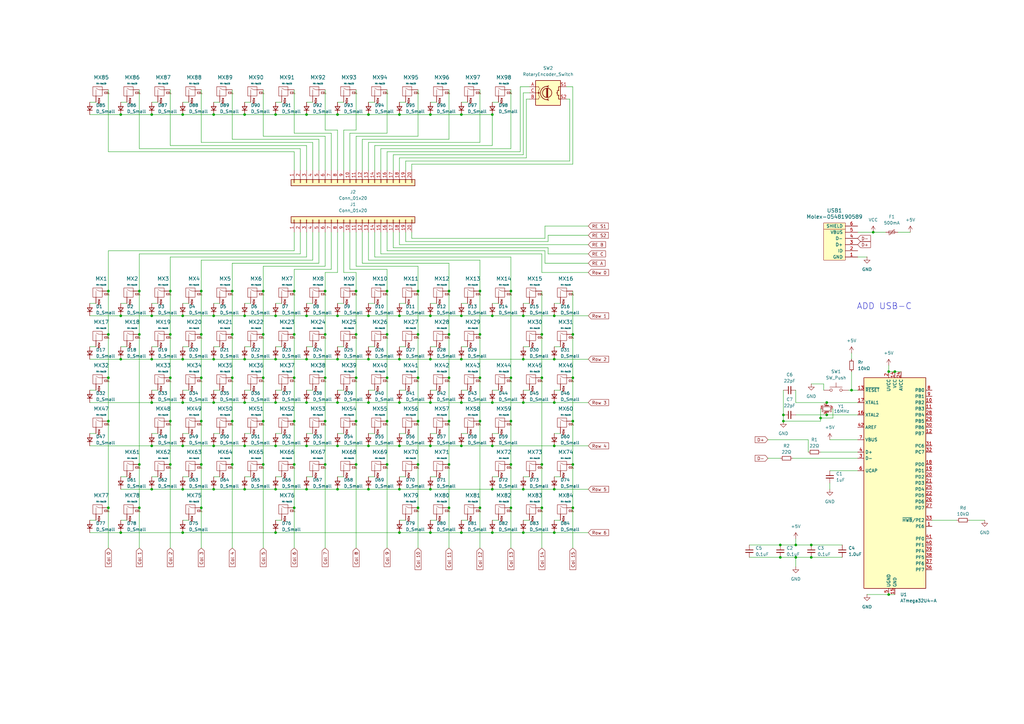
<source format=kicad_sch>
(kicad_sch (version 20231120) (generator "eeschema") (generator_version "8.0")
  (paper "A3")
  (junction (at 87.63 129.54))
  (junction (at 49.53 46.99))
  (junction (at 209.55 190.5))
  (junction (at 62.23 46.99))
  (junction (at 87.63 46.99))
  (junction (at 69.85 190.5))
  (junction (at 100.33 165.1))
  (junction (at 189.23 147.32))
  (junction (at 113.03 218.44))
  (junction (at 49.53 129.54))
  (junction (at 201.93 46.99))
  (junction (at 339.09 165.1))
  (junction (at 201.93 165.1))
  (junction (at 107.95 119.38))
  (junction (at 100.33 147.32))
  (junction (at 120.65 190.5))
  (junction (at 234.95 190.5))
  (junction (at 358.14 95.25))
  (junction (at 74.93 46.99))
  (junction (at 158.75 119.38))
  (junction (at 336.55 171.45))
  (junction (at 120.65 137.16))
  (junction (at 113.03 46.99))
  (junction (at 82.55 154.94))
  (junction (at 201.93 218.44))
  (junction (at 320.04 228.6))
  (junction (at 87.63 182.88))
  (junction (at 151.13 182.88))
  (junction (at 107.95 137.16))
  (junction (at 74.93 182.88))
  (junction (at 146.05 190.5))
  (junction (at 125.73 46.99))
  (junction (at 138.43 165.1))
  (junction (at 321.31 172.72))
  (junction (at 44.45 172.72))
  (junction (at 184.15 119.38))
  (junction (at 171.45 172.72))
  (junction (at 326.39 223.52))
  (junction (at 151.13 46.99))
  (junction (at 227.33 200.66))
  (junction (at 364.49 152.4))
  (junction (at 184.15 172.72))
  (junction (at 158.75 172.72))
  (junction (at 113.03 182.88))
  (junction (at 113.03 147.32))
  (junction (at 176.53 165.1))
  (junction (at 44.45 154.94))
  (junction (at 234.95 137.16))
  (junction (at 151.13 165.1))
  (junction (at 95.25 154.94))
  (junction (at 87.63 147.32))
  (junction (at 113.03 200.66))
  (junction (at 176.53 182.88))
  (junction (at 163.83 165.1))
  (junction (at 320.04 223.52))
  (junction (at 209.55 154.94))
  (junction (at 120.65 154.94))
  (junction (at 214.63 129.54))
  (junction (at 125.73 147.32))
  (junction (at 227.33 165.1))
  (junction (at 100.33 182.88))
  (junction (at 120.65 119.38))
  (junction (at 171.45 208.28))
  (junction (at 332.74 223.52))
  (junction (at 74.93 129.54))
  (junction (at 171.45 119.38))
  (junction (at 201.93 129.54))
  (junction (at 201.93 200.66))
  (junction (at 146.05 137.16))
  (junction (at 74.93 165.1))
  (junction (at 171.45 190.5))
  (junction (at 189.23 218.44))
  (junction (at 176.53 129.54))
  (junction (at 138.43 147.32))
  (junction (at 138.43 182.88))
  (junction (at 196.85 137.16))
  (junction (at 214.63 165.1))
  (junction (at 196.85 154.94))
  (junction (at 125.73 165.1))
  (junction (at 62.23 182.88))
  (junction (at 82.55 119.38))
  (junction (at 146.05 154.94))
  (junction (at 100.33 129.54))
  (junction (at 87.63 165.1))
  (junction (at 189.23 129.54))
  (junction (at 133.35 119.38))
  (junction (at 100.33 200.66))
  (junction (at 184.15 208.28))
  (junction (at 196.85 172.72))
  (junction (at 176.53 147.32))
  (junction (at 176.53 46.99))
  (junction (at 163.83 182.88))
  (junction (at 49.53 218.44))
  (junction (at 176.53 200.66))
  (junction (at 158.75 154.94))
  (junction (at 57.15 190.5))
  (junction (at 163.83 200.66))
  (junction (at 339.09 170.18))
  (junction (at 113.03 165.1))
  (junction (at 62.23 147.32))
  (junction (at 95.25 119.38))
  (junction (at 74.93 147.32))
  (junction (at 364.49 243.84))
  (junction (at 57.15 137.16))
  (junction (at 120.65 208.28))
  (junction (at 158.75 137.16))
  (junction (at 113.03 129.54))
  (junction (at 138.43 129.54))
  (junction (at 222.25 190.5))
  (junction (at 69.85 119.38))
  (junction (at 151.13 147.32))
  (junction (at 227.33 147.32))
  (junction (at 171.45 137.16))
  (junction (at 74.93 218.44))
  (junction (at 95.25 137.16))
  (junction (at 214.63 200.66))
  (junction (at 158.75 190.5))
  (junction (at 184.15 154.94))
  (junction (at 107.95 172.72))
  (junction (at 95.25 190.5))
  (junction (at 163.83 147.32))
  (junction (at 146.05 119.38))
  (junction (at 49.53 147.32))
  (junction (at 57.15 208.28))
  (junction (at 163.83 46.99))
  (junction (at 196.85 119.38))
  (junction (at 69.85 137.16))
  (junction (at 176.53 218.44))
  (junction (at 62.23 129.54))
  (junction (at 87.63 200.66))
  (junction (at 44.45 137.16))
  (junction (at 196.85 208.28))
  (junction (at 69.85 154.94))
  (junction (at 163.83 218.44))
  (junction (at 214.63 147.32))
  (junction (at 234.95 208.28))
  (junction (at 234.95 172.72))
  (junction (at 321.31 170.18))
  (junction (at 44.45 208.28))
  (junction (at 214.63 218.44))
  (junction (at 146.05 172.72))
  (junction (at 82.55 172.72))
  (junction (at 184.15 137.16))
  (junction (at 349.25 160.02))
  (junction (at 222.25 137.16))
  (junction (at 209.55 119.38))
  (junction (at 222.25 208.28))
  (junction (at 100.33 46.99))
  (junction (at 184.15 190.5))
  (junction (at 151.13 200.66))
  (junction (at 133.35 190.5))
  (junction (at 125.73 182.88))
  (junction (at 151.13 129.54))
  (junction (at 120.65 172.72))
  (junction (at 62.23 165.1))
  (junction (at 209.55 172.72))
  (junction (at 133.35 172.72))
  (junction (at 69.85 172.72))
  (junction (at 125.73 200.66))
  (junction (at 332.74 228.6))
  (junction (at 62.23 200.66))
  (junction (at 227.33 218.44))
  (junction (at 367.03 152.4))
  (junction (at 189.23 165.1))
  (junction (at 82.55 137.16))
  (junction (at 57.15 119.38))
  (junction (at 171.45 154.94))
  (junction (at 326.39 228.6))
  (junction (at 44.45 119.38))
  (junction (at 138.43 200.66))
  (junction (at 107.95 190.5))
  (junction (at 74.93 200.66))
  (junction (at 82.55 190.5))
  (junction (at 222.25 154.94))
  (junction (at 201.93 182.88))
  (junction (at 227.33 182.88))
  (junction (at 163.83 129.54))
  (junction (at 138.43 46.99))
  (junction (at 107.95 154.94))
  (junction (at 234.95 154.94))
  (junction (at 189.23 182.88))
  (junction (at 133.35 154.94))
  (junction (at 125.73 129.54))
  (junction (at 227.33 129.54))
  (junction (at 133.35 137.16))
  (junction (at 82.55 208.28))
  (junction (at 189.23 46.99))
  (junction (at 209.55 208.28))
  (junction (at 95.25 172.72))
  (wire (pts (xy 138.43 111.76) (xy 133.35 111.76)))
  (wire (pts (xy 209.55 36.83) (xy 209.55 60.96)))
  (wire (pts (xy 120.65 154.94) (xy 120.65 172.72)))
  (wire (pts (xy 336.55 185.42) (xy 351.79 185.42)))
  (wire (pts (xy 368.3 95.25) (xy 373.38 95.25)))
  (wire (pts (xy 184.15 224.79) (xy 184.15 208.28)))
  (wire (pts (xy 151.13 200.66) (xy 163.83 200.66)))
  (wire (pts (xy 113.03 195.58) (xy 115.57 195.58)))
  (wire (pts (xy 151.13 147.32) (xy 163.83 147.32)))
  (wire (pts (xy 138.43 160.02) (xy 140.97 160.02)))
  (wire (pts (xy 171.45 109.22) (xy 146.05 109.22)))
  (wire (pts (xy 69.85 172.72) (xy 69.85 190.5)))
  (wire (pts (xy 336.55 171.45) (xy 336.55 172.72)))
  (wire (pts (xy 176.53 195.58) (xy 179.07 195.58)))
  (wire (pts (xy 227.33 177.8) (xy 229.87 177.8)))
  (wire (pts (xy 69.85 119.38) (xy 69.85 137.16)))
  (wire (pts (xy 36.83 165.1) (xy 62.23 165.1)))
  (wire (pts (xy 133.35 55.88) (xy 133.35 69.85)))
  (wire (pts (xy 326.39 223.52) (xy 332.74 223.52)))
  (wire (pts (xy 233.68 40.64) (xy 232.41 40.64)))
  (wire (pts (xy 125.73 177.8) (xy 128.27 177.8)))
  (wire (pts (xy 62.23 160.02) (xy 64.77 160.02)))
  (wire (pts (xy 36.83 129.54) (xy 49.53 129.54)))
  (wire (pts (xy 107.95 36.83) (xy 107.95 55.88)))
  (wire (pts (xy 100.33 165.1) (xy 113.03 165.1)))
  (wire (pts (xy 138.43 200.66) (xy 151.13 200.66)))
  (wire (pts (xy 82.55 119.38) (xy 82.55 106.68)))
  (wire (pts (xy 138.43 182.88) (xy 151.13 182.88)))
  (wire (pts (xy 163.83 64.77) (xy 163.83 69.85)))
  (wire (pts (xy 358.14 95.25) (xy 363.22 95.25)))
  (wire (pts (xy 189.23 41.91) (xy 191.77 41.91)))
  (wire (pts (xy 120.65 119.38) (xy 120.65 110.49)))
  (wire (pts (xy 234.95 154.94) (xy 234.95 172.72)))
  (wire (pts (xy 171.45 55.88) (xy 146.05 55.88)))
  (wire (pts (xy 74.93 200.66) (xy 87.63 200.66)))
  (wire (pts (xy 201.93 218.44) (xy 214.63 218.44)))
  (wire (pts (xy 138.43 46.99) (xy 151.13 46.99)))
  (wire (pts (xy 217.17 40.64) (xy 215.9 40.64)))
  (wire (pts (xy 223.52 102.87) (xy 223.52 107.95)))
  (wire (pts (xy 57.15 224.79) (xy 57.15 208.28)))
  (wire (pts (xy 125.73 195.58) (xy 128.27 195.58)))
  (wire (pts (xy 184.15 119.38) (xy 184.15 137.16)))
  (wire (pts (xy 138.43 111.76) (xy 138.43 95.25)))
  (wire (pts (xy 87.63 41.91) (xy 90.17 41.91)))
  (wire (pts (xy 151.13 106.68) (xy 151.13 95.25)))
  (wire (pts (xy 214.63 147.32) (xy 227.33 147.32)))
  (wire (pts (xy 44.45 102.87) (xy 120.65 102.87)))
  (wire (pts (xy 163.83 213.36) (xy 166.37 213.36)))
  (wire (pts (xy 241.3 165.1) (xy 227.33 165.1)))
  (wire (pts (xy 82.55 106.68) (xy 128.27 106.68)))
  (wire (pts (xy 224.79 99.06) (xy 224.79 96.52)))
  (wire (pts (xy 100.33 142.24) (xy 102.87 142.24)))
  (wire (pts (xy 113.03 46.99) (xy 125.73 46.99)))
  (wire (pts (xy 138.43 129.54) (xy 151.13 129.54)))
  (wire (pts (xy 36.83 160.02) (xy 39.37 160.02)))
  (wire (pts (xy 87.63 147.32) (xy 100.33 147.32)))
  (wire (pts (xy 120.65 36.83) (xy 120.65 54.61)))
  (wire (pts (xy 156.21 104.14) (xy 222.25 104.14)))
  (wire (pts (xy 224.79 104.14) (xy 241.3 104.14)))
  (wire (pts (xy 107.95 137.16) (xy 107.95 154.94)))
  (wire (pts (xy 151.13 195.58) (xy 153.67 195.58)))
  (wire (pts (xy 341.63 167.64) (xy 341.63 171.45)))
  (wire (pts (xy 163.83 129.54) (xy 176.53 129.54)))
  (wire (pts (xy 201.93 177.8) (xy 204.47 177.8)))
  (wire (pts (xy 161.29 95.25) (xy 161.29 101.6)))
  (wire (pts (xy 146.05 53.34) (xy 140.97 53.34)))
  (wire (pts (xy 36.83 41.91) (xy 39.37 41.91)))
  (wire (pts (xy 227.33 195.58) (xy 229.87 195.58)))
  (wire (pts (xy 196.85 36.83) (xy 196.85 58.42)))
  (wire (pts (xy 100.33 147.32) (xy 113.03 147.32)))
  (wire (pts (xy 176.53 41.91) (xy 179.07 41.91)))
  (wire (pts (xy 113.03 165.1) (xy 125.73 165.1)))
  (wire (pts (xy 320.04 223.52) (xy 326.39 223.52)))
  (wire (pts (xy 133.35 119.38) (xy 133.35 111.76)))
  (wire (pts (xy 232.41 35.56) (xy 234.95 35.56)))
  (wire (pts (xy 133.35 109.22) (xy 133.35 95.25)))
  (wire (pts (xy 113.03 182.88) (xy 125.73 182.88)))
  (wire (pts (xy 153.67 105.41) (xy 153.67 95.25)))
  (wire (pts (xy 196.85 119.38) (xy 196.85 137.16)))
  (wire (pts (xy 123.19 60.96) (xy 123.19 69.85)))
  (wire (pts (xy 168.91 67.31) (xy 168.91 69.85)))
  (wire (pts (xy 158.75 54.61) (xy 143.51 54.61)))
  (wire (pts (xy 69.85 119.38) (xy 69.85 105.41)))
  (wire (pts (xy 163.83 124.46) (xy 166.37 124.46)))
  (wire (pts (xy 44.45 154.94) (xy 44.45 172.72)))
  (wire (pts (xy 326.39 160.02) (xy 326.39 165.1)))
  (wire (pts (xy 107.95 224.79) (xy 107.95 190.5)))
  (wire (pts (xy 158.75 172.72) (xy 158.75 190.5)))
  (wire (pts (xy 130.81 107.95) (xy 130.81 95.25)))
  (wire (pts (xy 189.23 124.46) (xy 191.77 124.46)))
  (wire (pts (xy 158.75 110.49) (xy 143.51 110.49)))
  (wire (pts (xy 74.93 142.24) (xy 77.47 142.24)))
  (wire (pts (xy 163.83 95.25) (xy 163.83 100.33)))
  (wire (pts (xy 326.39 165.1) (xy 339.09 165.1)))
  (wire (pts (xy 143.51 110.49) (xy 143.51 95.25)))
  (wire (pts (xy 158.75 154.94) (xy 158.75 172.72)))
  (wire (pts (xy 120.65 137.16) (xy 120.65 154.94)))
  (wire (pts (xy 222.25 190.5) (xy 222.25 208.28)))
  (wire (pts (xy 158.75 95.25) (xy 158.75 102.87)))
  (wire (pts (xy 151.13 129.54) (xy 163.83 129.54)))
  (wire (pts (xy 214.63 213.36) (xy 217.17 213.36)))
  (wire (pts (xy 214.63 38.1) (xy 214.63 63.5)))
  (wire (pts (xy 100.33 195.58) (xy 102.87 195.58)))
  (wire (pts (xy 234.95 190.5) (xy 234.95 208.28)))
  (wire (pts (xy 74.93 147.32) (xy 87.63 147.32)))
  (wire (pts (xy 153.67 59.69) (xy 153.67 69.85)))
  (wire (pts (xy 62.23 142.24) (xy 64.77 142.24)))
  (wire (pts (xy 82.55 172.72) (xy 82.55 190.5)))
  (wire (pts (xy 214.63 124.46) (xy 217.17 124.46)))
  (wire (pts (xy 214.63 218.44) (xy 227.33 218.44)))
  (wire (pts (xy 74.93 160.02) (xy 77.47 160.02)))
  (wire (pts (xy 62.23 147.32) (xy 74.93 147.32)))
  (wire (pts (xy 158.75 36.83) (xy 158.75 54.61)))
  (wire (pts (xy 95.25 172.72) (xy 95.25 190.5)))
  (wire (pts (xy 213.36 35.56) (xy 213.36 62.23)))
  (wire (pts (xy 176.53 165.1) (xy 189.23 165.1)))
  (wire (pts (xy 57.15 119.38) (xy 57.15 104.14)))
  (wire (pts (xy 135.89 110.49) (xy 120.65 110.49)))
  (wire (pts (xy 125.73 41.91) (xy 128.27 41.91)))
  (wire (pts (xy 209.55 190.5) (xy 209.55 208.28)))
  (wire (pts (xy 151.13 142.24) (xy 153.67 142.24)))
  (wire (pts (xy 138.43 165.1) (xy 151.13 165.1)))
  (wire (pts (xy 146.05 172.72) (xy 146.05 190.5)))
  (wire (pts (xy 171.45 137.16) (xy 171.45 154.94)))
  (wire (pts (xy 49.53 218.44) (xy 74.93 218.44)))
  (wire (pts (xy 107.95 154.94) (xy 107.95 172.72)))
  (wire (pts (xy 184.15 57.15) (xy 148.59 57.15)))
  (wire (pts (xy 100.33 46.99) (xy 113.03 46.99)))
  (wire (pts (xy 222.25 111.76) (xy 241.3 111.76)))
  (wire (pts (xy 120.65 102.87) (xy 120.65 95.25)))
  (wire (pts (xy 82.55 190.5) (xy 82.55 208.28)))
  (wire (pts (xy 135.89 110.49) (xy 135.89 95.25)))
  (wire (pts (xy 49.53 46.99) (xy 62.23 46.99)))
  (wire (pts (xy 184.15 119.38) (xy 184.15 107.95)))
  (wire (pts (xy 57.15 119.38) (xy 57.15 137.16)))
  (wire (pts (xy 351.79 180.34) (xy 340.36 180.34)))
  (wire (pts (xy 158.75 102.87) (xy 223.52 102.87)))
  (wire (pts (xy 113.03 142.24) (xy 115.57 142.24)))
  (wire (pts (xy 339.09 170.18) (xy 326.39 170.18)))
  (wire (pts (xy 74.93 218.44) (xy 113.03 218.44)))
  (wire (pts (xy 49.53 142.24) (xy 52.07 142.24)))
  (wire (pts (xy 201.93 195.58) (xy 204.47 195.58)))
  (wire (pts (xy 349.25 152.4) (xy 349.25 160.02)))
  (wire (pts (xy 82.55 36.83) (xy 82.55 58.42)))
  (wire (pts (xy 146.05 36.83) (xy 146.05 53.34)))
  (wire (pts (xy 158.75 137.16) (xy 158.75 154.94)))
  (wire (pts (xy 146.05 224.79) (xy 146.05 190.5)))
  (wire (pts (xy 100.33 177.8) (xy 102.87 177.8)))
  (wire (pts (xy 49.53 147.32) (xy 62.23 147.32)))
  (wire (pts (xy 209.55 224.79) (xy 209.55 208.28)))
  (wire (pts (xy 62.23 200.66) (xy 74.93 200.66)))
  (wire (pts (xy 120.65 119.38) (xy 120.65 137.16)))
  (wire (pts (xy 62.23 41.91) (xy 64.77 41.91)))
  (wire (pts (xy 138.43 53.34) (xy 138.43 69.85)))
  (wire (pts (xy 113.03 124.46) (xy 115.57 124.46)))
  (wire (pts (xy 146.05 137.16) (xy 146.05 154.94)))
  (wire (pts (xy 214.63 200.66) (xy 227.33 200.66)))
  (wire (pts (xy 82.55 119.38) (xy 82.55 137.16)))
  (wire (pts (xy 133.35 36.83) (xy 133.35 53.34)))
  (wire (pts (xy 107.95 172.72) (xy 107.95 190.5)))
  (wire (pts (xy 337.82 160.02) (xy 337.82 157.48)))
  (wire (pts (xy 140.97 111.76) (xy 146.05 111.76)))
  (wire (pts (xy 113.03 218.44) (xy 163.83 218.44)))
  (wire (pts (xy 146.05 55.88) (xy 146.05 69.85)))
  (wire (pts (xy 364.49 243.84) (xy 367.03 243.84)))
  (wire (pts (xy 176.53 142.24) (xy 179.07 142.24)))
  (wire (pts (xy 320.04 228.6) (xy 326.39 228.6)))
  (wire (pts (xy 307.34 228.6) (xy 320.04 228.6)))
  (wire (pts (xy 227.33 129.54) (xy 241.3 129.54)))
  (wire (pts (xy 44.45 119.38) (xy 44.45 102.87)))
  (wire (pts (xy 151.13 182.88) (xy 163.83 182.88)))
  (wire (pts (xy 222.25 137.16) (xy 222.25 154.94)))
  (wire (pts (xy 227.33 124.46) (xy 229.87 124.46)))
  (wire (pts (xy 49.53 195.58) (xy 52.07 195.58)))
  (wire (pts (xy 349.25 144.78) (xy 349.25 147.32)))
  (wire (pts (xy 82.55 154.94) (xy 82.55 172.72)))
  (wire (pts (xy 307.34 223.52) (xy 320.04 223.52)))
  (wire (pts (xy 74.93 41.91) (xy 77.47 41.91)))
  (wire (pts (xy 196.85 58.42) (xy 151.13 58.42)))
  (wire (pts (xy 241.3 147.32) (xy 227.33 147.32)))
  (wire (pts (xy 62.23 195.58) (xy 64.77 195.58)))
  (wire (pts (xy 214.63 142.24) (xy 217.17 142.24)))
  (wire (pts (xy 224.79 101.6) (xy 224.79 104.14)))
  (wire (pts (xy 44.45 36.83) (xy 44.45 62.23)))
  (wire (pts (xy 62.23 177.8) (xy 64.77 177.8)))
  (wire (pts (xy 163.83 182.88) (xy 176.53 182.88)))
  (wire (pts (xy 213.36 62.23) (xy 158.75 62.23)))
  (wire (pts (xy 82.55 58.42) (xy 128.27 58.42)))
  (wire (pts (xy 222.25 119.38) (xy 222.25 137.16)))
  (wire (pts (xy 113.03 177.8) (xy 115.57 177.8)))
  (wire (pts (xy 209.55 105.41) (xy 153.67 105.41)))
  (wire (pts (xy 176.53 182.88) (xy 189.23 182.88)))
  (wire (pts (xy 233.68 66.04) (xy 166.37 66.04)))
  (wire (pts (xy 95.25 154.94) (xy 95.25 172.72)))
  (wire (pts (xy 95.25 119.38) (xy 95.25 137.16)))
  (wire (pts (xy 69.85 105.41) (xy 125.73 105.41)))
  (wire (pts (xy 100.33 182.88) (xy 113.03 182.88)))
  (wire (pts (xy 120.65 190.5) (xy 120.65 208.28)))
  (wire (pts (xy 62.23 129.54) (xy 74.93 129.54)))
  (wire (pts (xy 74.93 182.88) (xy 87.63 182.88)))
  (wire (pts (xy 224.79 96.52) (xy 241.3 96.52)))
  (wire (pts (xy 62.23 165.1) (xy 74.93 165.1)))
  (wire (pts (xy 171.45 224.79) (xy 171.45 208.28)))
  (wire (pts (xy 125.73 165.1) (xy 138.43 165.1)))
  (wire (pts (xy 355.6 243.84) (xy 364.49 243.84)))
  (wire (pts (xy 130.81 57.15) (xy 130.81 69.85)))
  (wire (pts (xy 214.63 129.54) (xy 227.33 129.54)))
  (wire (pts (xy 36.83 218.44) (xy 49.53 218.44)))
  (wire (pts (xy 189.23 218.44) (xy 201.93 218.44)))
  (wire (pts (xy 163.83 142.24) (xy 166.37 142.24)))
  (wire (pts (xy 166.37 99.06) (xy 224.79 99.06)))
  (wire (pts (xy 36.83 177.8) (xy 39.37 177.8)))
  (wire (pts (xy 87.63 177.8) (xy 90.17 177.8)))
  (wire (pts (xy 209.55 154.94) (xy 209.55 172.72)))
  (wire (pts (xy 74.93 129.54) (xy 87.63 129.54)))
  (wire (pts (xy 113.03 160.02) (xy 115.57 160.02)))
  (wire (pts (xy 138.43 177.8) (xy 140.97 177.8)))
  (wire (pts (xy 57.15 137.16) (xy 57.15 190.5)))
  (wire (pts (xy 82.55 137.16) (xy 82.55 154.94)))
  (wire (pts (xy 151.13 46.99) (xy 163.83 46.99)))
  (wire (pts (xy 148.59 107.95) (xy 148.59 95.25)))
  (wire (pts (xy 347.98 160.02) (xy 349.25 160.02)))
  (wire (pts (xy 201.93 165.1) (xy 214.63 165.1)))
  (wire (pts (xy 138.43 142.24) (xy 140.97 142.24)))
  (wire (pts (xy 340.36 198.12) (xy 340.36 200.66)))
  (wire (pts (xy 171.45 172.72) (xy 171.45 190.5)))
  (wire (pts (xy 146.05 154.94) (xy 146.05 172.72)))
  (wire (pts (xy 201.93 59.69) (xy 153.67 59.69)))
  (wire (pts (xy 140.97 111.76) (xy 140.97 95.25)))
  (wire (pts (xy 69.85 154.94) (xy 69.85 172.72)))
  (wire (pts (xy 158.75 119.38) (xy 158.75 110.49)))
  (wire (pts (xy 100.33 160.02) (xy 102.87 160.02)))
  (wire (pts (xy 234.95 137.16) (xy 234.95 154.94)))
  (wire (pts (xy 156.21 60.96) (xy 156.21 69.85)))
  (wire (pts (xy 184.15 36.83) (xy 184.15 57.15)))
  (wire (pts (xy 325.12 187.96) (xy 351.79 187.96)))
  (wire (pts (xy 201.93 124.46) (xy 204.47 124.46)))
  (wire (pts (xy 95.25 57.15) (xy 130.81 57.15)))
  (wire (pts (xy 87.63 200.66) (xy 100.33 200.66)))
  (wire (pts (xy 196.85 154.94) (xy 196.85 172.72)))
  (wire (pts (xy 163.83 147.32) (xy 176.53 147.32)))
  (wire (pts (xy 113.03 147.32) (xy 125.73 147.32)))
  (wire (pts (xy 233.68 40.64) (xy 233.68 66.04)))
  (wire (pts (xy 100.33 200.66) (xy 113.03 200.66)))
  (wire (pts (xy 74.93 177.8) (xy 77.47 177.8)))
  (wire (pts (xy 74.93 195.58) (xy 77.47 195.58)))
  (wire (pts (xy 234.95 172.72) (xy 234.95 190.5)))
  (wire (pts (xy 351.79 95.25) (xy 358.14 95.25)))
  (wire (pts (xy 87.63 46.99) (xy 100.33 46.99)))
  (wire (pts (xy 125.73 142.24) (xy 128.27 142.24)))
  (wire (pts (xy 217.17 38.1) (xy 214.63 38.1)))
  (wire (pts (xy 113.03 200.66) (xy 125.73 200.66)))
  (wire (pts (xy 163.83 177.8) (xy 166.37 177.8)))
  (wire (pts (xy 209.55 60.96) (xy 156.21 60.96)))
  (wire (pts (xy 87.63 124.46) (xy 90.17 124.46)))
  (wire (pts (xy 341.63 171.45) (xy 336.55 171.45)))
  (wire (pts (xy 241.3 200.66) (xy 227.33 200.66)))
  (wire (pts (xy 241.3 182.88) (xy 227.33 182.88)))
  (wire (pts (xy 168.91 95.25) (xy 168.91 97.79)))
  (wire (pts (xy 326.39 228.6) (xy 326.39 232.41)))
  (wire (pts (xy 234.95 35.56) (xy 234.95 67.31)))
  (wire (pts (xy 44.45 137.16) (xy 44.45 154.94)))
  (wire (pts (xy 367.03 152.4) (xy 364.49 152.4)))
  (wire (pts (xy 49.53 200.66) (xy 62.23 200.66)))
  (wire (pts (xy 161.29 101.6) (xy 224.79 101.6)))
  (wire (pts (xy 146.05 109.22) (xy 146.05 95.25)))
  (wire (pts (xy 176.53 160.02) (xy 179.07 160.02)))
  (wire (pts (xy 241.3 218.44) (xy 227.33 218.44)))
  (wire (pts (xy 209.55 119.38) (xy 209.55 105.41)))
  (wire (pts (xy 331.47 180.34) (xy 331.47 185.42)))
  (wire (pts (xy 163.83 218.44) (xy 176.53 218.44)))
  (wire (pts (xy 340.36 193.04) (xy 351.79 193.04)))
  (wire (pts (xy 125.73 147.32) (xy 138.43 147.32)))
  (wire (pts (xy 339.09 170.18) (xy 351.79 170.18)))
  (wire (pts (xy 87.63 165.1) (xy 100.33 165.1)))
  (wire (pts (xy 140.97 53.34) (xy 140.97 69.85)))
  (wire (pts (xy 44.45 119.38) (xy 44.45 137.16)))
  (wire (pts (xy 214.63 195.58) (xy 217.17 195.58)))
  (wire (pts (xy 87.63 142.24) (xy 90.17 142.24)))
  (wire (pts (xy 74.93 213.36) (xy 77.47 213.36)))
  (wire (pts (xy 217.17 35.56) (xy 213.36 35.56)))
  (wire (pts (xy 100.33 124.46) (xy 102.87 124.46)))
  (wire (pts (xy 201.93 200.66) (xy 214.63 200.66)))
  (wire (pts (xy 36.83 46.99) (xy 49.53 46.99)))
  (wire (pts (xy 163.83 160.02) (xy 166.37 160.02)))
  (wire (pts (xy 62.23 182.88) (xy 74.93 182.88)))
  (wire (pts (xy 336.55 172.72) (xy 321.31 172.72)))
  (wire (pts (xy 369.57 152.4) (xy 367.03 152.4)))
  (wire (pts (xy 201.93 160.02) (xy 204.47 160.02)))
  (wire (pts (xy 57.15 60.96) (xy 123.19 60.96)))
  (wire (pts (xy 128.27 58.42) (xy 128.27 69.85)))
  (wire (pts (xy 184.15 137.16) (xy 184.15 154.94)))
  (wire (pts (xy 201.93 213.36) (xy 204.47 213.36)))
  (wire (pts (xy 336.55 167.64) (xy 336.55 171.45)))
  (wire (pts (xy 222.25 154.94) (xy 222.25 190.5)))
  (wire (pts (xy 209.55 119.38) (xy 209.55 154.94)))
  (wire (pts (xy 125.73 124.46) (xy 128.27 124.46)))
  (wire (pts (xy 120.65 224.79) (xy 120.65 208.28)))
  (wire (pts (xy 171.45 190.5) (xy 171.45 208.28)))
  (wire (pts (xy 151.13 41.91) (xy 153.67 41.91)))
  (wire (pts (xy 201.93 46.99) (xy 201.93 59.69)))
  (wire (pts (xy 74.93 124.46) (xy 77.47 124.46)))
  (wire (pts (xy 146.05 119.38) (xy 146.05 111.76)))
  (wire (pts (xy 95.25 137.16) (xy 95.25 154.94)))
  (wire (pts (xy 201.93 129.54) (xy 214.63 129.54)))
  (wire (pts (xy 113.03 213.36) (xy 115.57 213.36)))
  (wire (pts (xy 138.43 147.32) (xy 151.13 147.32)))
  (wire (pts (xy 326.39 228.6) (xy 332.74 228.6)))
  (wire (pts (xy 87.63 182.88) (xy 100.33 182.88)))
  (wire (pts (xy 107.95 119.38) (xy 107.95 137.16)))
  (wire (pts (xy 176.53 200.66) (xy 201.93 200.66)))
  (wire (pts (xy 171.45 119.38) (xy 171.45 109.22)))
  (wire (pts (xy 326.39 220.98) (xy 326.39 223.52)))
  (wire (pts (xy 227.33 160.02) (xy 229.87 160.02)))
  (wire (pts (xy 69.85 137.16) (xy 69.85 154.94)))
  (wire (pts (xy 95.25 119.38) (xy 95.25 107.95)))
  (wire (pts (xy 171.45 154.94) (xy 171.45 172.72)))
  (wire (pts (xy 74.93 46.99) (xy 87.63 46.99)))
  (wire (pts (xy 176.53 213.36) (xy 179.07 213.36)))
  (wire (pts (xy 156.21 95.25) (xy 156.21 104.14)))
  (wire (pts (xy 314.96 187.96) (xy 320.04 187.96)))
  (wire (pts (xy 44.45 62.23) (xy 120.65 62.23)))
  (wire (pts (xy 138.43 124.46) (xy 140.97 124.46)))
  (wire (pts (xy 151.13 58.42) (xy 151.13 69.85)))
  (wire (pts (xy 201.93 182.88) (xy 227.33 182.88)))
  (wire (pts (xy 196.85 106.68) (xy 151.13 106.68)))
  (wire (pts (xy 166.37 95.25) (xy 166.37 99.06)))
  (wire (pts (xy 314.96 180.34) (xy 331.47 180.34)))
  (wire (pts (xy 163.83 100.33) (xy 241.3 100.33)))
  (wire (pts (xy 222.25 224.79) (xy 222.25 208.28)))
  (wire (pts (xy 69.85 36.83) (xy 69.85 59.69)))
  (wire (pts (xy 87.63 195.58) (xy 90.17 195.58)))
  (wire (pts (xy 163.83 46.99) (xy 176.53 46.99)))
  (wire (pts (xy 151.13 165.1) (xy 163.83 165.1)))
  (wire (pts (xy 189.23 213.36) (xy 191.77 213.36)))
  (wire (pts (xy 184.15 107.95) (xy 148.59 107.95)))
  (wire (pts (xy 214.63 160.02) (xy 217.17 160.02)))
  (wire (pts (xy 87.63 129.54) (xy 100.33 129.54)))
  (wire (pts (xy 349.25 160.02) (xy 351.79 160.02)))
  (wire (pts (xy 214.63 63.5) (xy 161.29 63.5)))
  (wire (pts (xy 163.83 200.66) (xy 176.53 200.66)))
  (wire (pts (xy 397.51 213.36) (xy 403.86 213.36)))
  (wire (pts (xy 184.15 190.5) (xy 184.15 208.28)))
  (wire (pts (xy 158.75 224.79) (xy 158.75 190.5)))
  (wire (pts (xy 57.15 104.14) (xy 123.19 104.14)))
  (wire (pts (xy 189.23 129.54) (xy 201.93 129.54)))
  (wire (pts (xy 123.19 104.14) (xy 123.19 95.25)))
  (wire (pts (xy 196.85 137.16) (xy 196.85 154.94)))
  (wire (pts (xy 184.15 154.94) (xy 184.15 172.72)))
  (wire (pts (xy 125.73 129.54) (xy 138.43 129.54)))
  (wire (pts (xy 201.93 41.91) (xy 204.47 41.91)))
  (wire (pts (xy 148.59 57.15) (xy 148.59 69.85)))
  (wire (pts (xy 189.23 147.32) (xy 214.63 147.32)))
  (wire (pts (xy 128.27 106.68) (xy 128.27 95.25)))
  (wire (pts (xy 143.51 54.61) (xy 143.51 69.85)))
  (wire (pts (xy 87.63 160.02) (xy 90.17 160.02)))
  (wire (pts (xy 339.09 165.1) (xy 351.79 165.1)))
  (wire (pts (xy 158.75 62.23) (xy 158.75 69.85)))
  (wire (pts (xy 95.25 224.79) (xy 95.25 190.5)))
  (wire (pts (xy 196.85 172.72) (xy 196.85 208.28)))
  (wire (pts (xy 44.45 172.72) (xy 44.45 208.28)))
  (wire (pts (xy 196.85 119.38) (xy 196.85 106.68)))
  (wire (pts (xy 107.95 119.38) (xy 107.95 109.22)))
  (wire (pts (xy 215.9 40.64) (xy 215.9 64.77)))
  (wire (pts (xy 36.83 124.46) (xy 39.37 124.46)))
  (wire (pts (xy 189.23 177.8) (xy 191.77 177.8)))
  (wire (pts (xy 120.65 62.23) (xy 120.65 69.85)))
  (wire (pts (xy 209.55 172.72) (xy 209.55 190.5)))
  (wire (pts (xy 222.25 104.14) (xy 222.25 111.76)))
  (wire (pts (xy 49.53 124.46) (xy 52.07 124.46)))
  (wire (pts (xy 36.83 147.32) (xy 49.53 147.32)))
  (wire (pts (xy 176.53 124.46) (xy 179.07 124.46)))
  (wire (pts (xy 176.53 147.32) (xy 189.23 147.32)))
  (wire (pts (xy 69.85 59.69) (xy 125.73 59.69)))
  (wire (pts (xy 176.53 218.44) (xy 189.23 218.44)))
  (wire (pts (xy 133.35 172.72) (xy 133.35 190.5)))
  (wire (pts (xy 166.37 66.04) (xy 166.37 69.85)))
  (wire (pts (xy 107.95 55.88) (xy 133.35 55.88)))
  (wire (pts (xy 189.23 160.02) (xy 191.77 160.02)))
  (wire (pts (xy 227.33 142.24) (xy 229.87 142.24)))
  (wire (pts (xy 321.31 160.02) (xy 321.31 170.18)))
  (wire (pts (xy 49.53 213.36) (xy 52.07 213.36)))
  (wire (pts (xy 163.83 195.58) (xy 166.37 195.58)))
  (wire (pts (xy 120.65 54.61) (xy 135.89 54.61)))
  (wire (pts (xy 107.95 109.22) (xy 133.35 109.22)))
  (wire (pts (xy 57.15 36.83) (xy 57.15 60.96)))
  (wire (pts (xy 215.9 64.77) (xy 163.83 64.77)))
  (wire (pts (xy 234.95 67.31) (xy 168.91 67.31)))
  (wire (pts (xy 74.93 165.1) (xy 87.63 165.1)))
  (wire (pts (xy 125.73 105.41) (xy 125.73 95.25)))
  (wire (pts (xy 196.85 224.79) (xy 196.85 208.28)))
  (wire (pts (xy 171.45 119.38) (xy 171.45 137.16)))
  (wire (pts (xy 184.15 172.72) (xy 184.15 190.5)))
  (wire (pts (xy 113.03 129.54) (xy 125.73 129.54)))
  (wire (pts (xy 158.75 119.38) (xy 158.75 137.16)))
  (wire (pts (xy 163.83 41.91) (xy 166.37 41.91)))
  (wire (pts (xy 62.23 124.46) (xy 64.77 124.46)))
  (wire (pts (xy 36.83 142.24) (xy 39.37 142.24)))
  (wire (pts (xy 227.33 213.36) (xy 229.87 213.36)))
  (wire (pts (xy 332.74 228.6) (xy 345.44 228.6)))
  (wire (pts (xy 189.23 142.24) (xy 191.77 142.24)))
  (wire (pts (xy 133.35 119.38) (xy 133.35 137.16)))
  (wire (pts (xy 189.23 165.1) (xy 201.93 165.1)))
  (wire (pts (xy 151.13 160.02) (xy 153.67 160.02)))
  (wire (pts (xy 351.79 105.41) (xy 355.6 105.41)))
  (wire (pts (xy 168.91 97.79) (xy 223.52 97.79)))
  (wire (pts (xy 223.52 92.71) (xy 241.3 92.71)))
  (wire (pts (xy 133.35 224.79) (xy 133.35 190.5)))
  (wire (pts (xy 62.23 46.99) (xy 74.93 46.99)))
  (wire (pts (xy 125.73 59.69) (xy 125.73 69.85)))
  (wire (pts (xy 44.45 224.79) (xy 44.45 208.28)))
  (wire (pts (xy 214.63 165.1) (xy 227.33 165.1)))
  (wire (pts (xy 120.65 172.72) (xy 120.65 190.5)))
  (wire (pts (xy 234.95 224.79) (xy 234.95 208.28)))
  (wire (pts (xy 163.83 165.1) (xy 176.53 165.1)))
  (wire (pts (xy 125.73 182.88) (xy 138.43 182.88)))
  (wire (pts (xy 69.85 224.79) (xy 69.85 190.5)))
  (wire (pts (xy 49.53 129.54) (xy 62.23 129.54)))
  (wire (pts (xy 125.73 160.02) (xy 128.27 160.02)))
  (wire (pts (xy 234.95 119.38) (xy 234.95 137.16)))
  (wire (pts (xy 49.53 41.91) (xy 52.07 41.91)))
  (wire (pts (xy 135.89 54.61) (xy 135.89 69.85)))
  (wire (pts (xy 133.35 154.94) (xy 133.35 172.72)))
  (wire (pts (xy 176.53 129.54) (xy 189.23 129.54)))
  (wire (pts (xy 138.43 41.91) (xy 140.97 41.91)))
  (wire (pts (xy 133.35 137.16) (xy 133.35 154.94)))
  (wire (pts (xy 161.29 63.5) (xy 161.29 69.85)))
  (wire (pts (xy 113.03 41.91) (xy 115.57 41.91)))
  (wire (pts (xy 176.53 177.8) (xy 179.07 177.8)))
  (wire (pts (xy 95.25 36.83) (xy 95.25 57.15)))
  (wire (pts (xy 223.52 97.79) (xy 223.52 92.71)))
  (wire (pts (xy 176.53 46.99) (xy 189.23 46.99)))
  (wire (pts (xy 36.83 182.88) (xy 62.23 182.88)))
  (wire (pts (xy 146.05 119.38) (xy 146.05 137.16)))
  (wire (pts (xy 321.31 170.18) (xy 321.31 172.72)))
  (wire (pts (xy 133.35 53.34) (xy 138.43 53.34)))
  (wire (pts (xy 138.43 195.58) (xy 140.97 195.58)))
  (wire (pts (xy 364.49 152.4) (xy 364.49 149.86)))
  (wire (pts (xy 332.74 157.48) (xy 337.82 157.48)))
  (wire (pts (xy 223.52 107.95) (xy 241.3 107.95)))
  (wire (pts (xy 332.74 223.52) (xy 345.44 223.52)))
  (wire (pts (xy 95.25 107.95) (xy 130.81 107.95)))
  (wire (pts (xy 82.55 224.79) (xy 82.55 208.28)))
  (wire (pts (xy 151.13 177.8) (xy 153.67 177.8)))
  (wire (pts (xy 57.15 190.5) (xy 57.15 208.28)))
  (wire (pts (xy 36.83 213.36) (xy 39.37 213.36)))
  (wire (pts (xy 100.33 41.91) (xy 102.87 41.91)))
  (wire (pts (xy 100.33 129.54) (xy 113.03 129.54)))
  (wire (pts (xy 125.73 200.66) (xy 138.43 200.66)))
  (wire (pts (xy 189.23 46.99) (xy 201.93 46.99)))
  (wire (pts (xy 189.23 182.88) (xy 201.93 182.88)))
  (wire (pts (xy 382.27 213.36) (xy 392.43 213.36)))
  (wire (pts (xy 151.13 124.46) (xy 153.67 124.46)))
  (wire (pts (xy 125.73 46.99) (xy 138.43 46.99)))
  (wire (pts (xy 171.45 36.83) (xy 171.45 55.88)))
  (text "ADD USB-C" (at 362.712 125.73 0) (effects (font (size 2.54 2.54))))
  (global_label "Col 8" (shape input) (at 146.05 224.79 270) (property "Intersheetrefs" "${INTERSHEET_REFS}" (effects (hide yes))))
  (global_label "Col 2" (shape input) (at 69.85 224.79 270) (property "Intersheetrefs" "${INTERSHEET_REFS}" (effects (hide yes))))
  (global_label "Row 4" (shape input) (at 241.3 182.88 0) (property "Intersheetrefs" "${INTERSHEET_REFS}" (effects (hide yes))))
  (global_label "RE S1" (shape input) (at 241.3 92.71 0) (property "Intersheetrefs" "${INTERSHEET_REFS}" (effects (hide yes))))
  (global_label "Col 14" (shape input) (at 222.25 224.79 270) (property "Intersheetrefs" "${INTERSHEET_REFS}" (effects (hide yes))))
  (global_label "Col 15" (shape input) (at 234.95 224.79 270) (property "Intersheetrefs" "${INTERSHEET_REFS}" (effects (hide yes))))
  (global_label "D+" (shape input) (at 314.96 180.34 180) (property "Intersheetrefs" "${INTERSHEET_REFS}" (effects (hide yes))))
  (global_label "Row 1" (shape input) (at 241.3 129.54 0) (property "Intersheetrefs" "${INTERSHEET_REFS}" (effects (hide yes))))
  (global_label "Row 3" (shape input) (at 241.3 165.1 0) (property "Intersheetrefs" "${INTERSHEET_REFS}" (effects (hide yes))))
  (global_label "Row 0" (shape input) (at 241.3 111.76 0) (property "Intersheetrefs" "${INTERSHEET_REFS}" (effects (hide yes))))
  (global_label "D+" (shape input) (at 351.79 100.33 0) (property "Intersheetrefs" "${INTERSHEET_REFS}" (effects (hide yes))))
  (global_label "D-" (shape input) (at 351.79 97.79 0) (property "Intersheetrefs" "${INTERSHEET_REFS}" (effects (hide yes))))
  (global_label "Col 10" (shape input) (at 171.45 224.79 270) (property "Intersheetrefs" "${INTERSHEET_REFS}" (effects (hide yes))))
  (global_label "Row 6" (shape input) (at 241.3 218.44 0) (property "Intersheetrefs" "${INTERSHEET_REFS}" (effects (hide yes))))
  (global_label "Row 5" (shape input) (at 241.3 200.66 0) (property "Intersheetrefs" "${INTERSHEET_REFS}" (effects (hide yes))))
  (global_label "RE A" (shape input) (at 241.3 107.95 0) (property "Intersheetrefs" "${INTERSHEET_REFS}" (effects (hide yes))))
  (global_label "D-" (shape input) (at 314.96 187.96 180) (property "Intersheetrefs" "${INTERSHEET_REFS}" (effects (hide yes))))
  (global_label "Col 11" (shape input) (at 184.15 224.79 270) (property "Intersheetrefs" "${INTERSHEET_REFS}" (effects (hide yes))))
  (global_label "Col 0" (shape input) (at 44.45 224.79 270) (property "Intersheetrefs" "${INTERSHEET_REFS}" (effects (hide yes))))
  (global_label "Row 2" (shape input) (at 241.3 147.32 0) (property "Intersheetrefs" "${INTERSHEET_REFS}" (effects (hide yes))))
  (global_label "Col 5" (shape input) (at 107.95 224.79 270) (property "Intersheetrefs" "${INTERSHEET_REFS}" (effects (hide yes))))
  (global_label "RE C" (shape input) (at 241.3 104.14 0) (property "Intersheetrefs" "${INTERSHEET_REFS}" (effects (hide yes))))
  (global_label "Col 3" (shape input) (at 82.55 224.79 270) (property "Intersheetrefs" "${INTERSHEET_REFS}" (effects (hide yes))))
  (global_label "Col 6" (shape input) (at 120.65 224.79 270) (property "Intersheetrefs" "${INTERSHEET_REFS}" (effects (hide yes))))
  (global_label "Col 7" (shape input) (at 133.35 224.79 270) (property "Intersheetrefs" "${INTERSHEET_REFS}" (effects (hide yes))))
  (global_label "RE S2" (shape input) (at 241.3 96.52 0) (property "Intersheetrefs" "${INTERSHEET_REFS}" (effects (hide yes))))
  (global_label "Col 1" (shape input) (at 57.15 224.79 270) (property "Intersheetrefs" "${INTERSHEET_REFS}" (effects (hide yes))))
  (global_label "Col 4" (shape input) (at 95.25 224.79 270) (property "Intersheetrefs" "${INTERSHEET_REFS}" (effects (hide yes))))
  (global_label "RE B" (shape input) (at 241.3 100.33 0) (property "Intersheetrefs" "${INTERSHEET_REFS}" (effects (hide yes))))
  (global_label "Col 12" (shape input) (at 196.85 224.79 270) (property "Intersheetrefs" "${INTERSHEET_REFS}" (effects (hide yes))))
  (global_label "Col 13" (shape input) (at 209.55 224.79 270) (property "Intersheetrefs" "${INTERSHEET_REFS}" (effects (hide yes))))
  (global_label "Col 9" (shape input) (at 158.75 224.79 270) (property "Intersheetrefs" "${INTERSHEET_REFS}" (effects (hide yes))))
  (symbol (lib_id "Device:C_Small") (at 340.36 195.58 0) (unit 1)
    (property "Reference" "C1" (at 342.9 194.3162 0) (effects (justify left)))
    (property "Value" "1uF" (at 342.9 196.8562 0) (effects (justify left)))
    (property "Description" "Unpolarized capacitor, small symbol" (effects (hide yes)))
  )
  (symbol (lib_id "MX_Alps_Hybrid:MX-NoLED") (at 53.34 138.43 0) (unit 1)
    (property "Reference" "MX18" (at 54.2352 132.08 0) (effects (font (size 1.524 1.524))))
    (property "Value" "MX-NoLED" (at 54.2352 134.62 0) (effects (font (size 0.508 0.508))))
  )
  (symbol (lib_id "MX_Alps_Hybrid:MX-NoLED") (at 180.34 120.65 0) (unit 1)
    (property "Reference" "MX12" (at 181.2352 114.3 0) (effects (font (size 1.524 1.524))))
    (property "Value" "MX-NoLED" (at 181.2352 116.84 0) (effects (font (size 0.508 0.508))))
  )
  (symbol (lib_id "Device:D_Small") (at 87.63 180.34 90) (unit 1)
    (property "Reference" "D50" (at 90.17 179.0699 90) (effects (justify right)))
    (property "Value" "D_Small" (at 90.17 181.6099 90) (effects (justify right)))
    (property "Description" "Diode, small symbol" (effects (hide yes)))
    (property "Sim.Device" "D" (effects (hide yes)))
    (property "Sim.Pins" "1=K 2=A" (effects (hide yes)))
  )
  (symbol (lib_id "MX_Alps_Hybrid:MX-NoLED") (at 53.34 191.77 0) (unit 1)
    (property "Reference" "MX61" (at 54.2352 185.42 0) (effects (font (size 1.524 1.524))))
    (property "Value" "MX-NoLED" (at 54.2352 187.96 0) (effects (font (size 0.508 0.508))))
  )
  (symbol (lib_id "Device:D_Small") (at 151.13 44.45 90) (unit 1)
    (property "Reference" "D94" (at 153.67 43.1799 90) (effects (justify right)))
    (property "Value" "D_Small" (at 153.67 45.7199 90) (effects (justify right)))
    (property "Description" "Diode, small symbol" (effects (hide yes)))
    (property "Sim.Device" "D" (effects (hide yes)))
    (property "Sim.Pins" "1=K 2=A" (effects (hide yes)))
  )
  (symbol (lib_id "Device:D_Small") (at 201.93 44.45 90) (unit 1)
    (property "Reference" "D98" (at 204.47 43.1799 90) (effects (justify right)))
    (property "Value" "D_Small" (at 204.47 45.7199 90) (effects (justify right)))
    (property "Description" "Diode, small symbol" (effects (hide yes)))
    (property "Sim.Device" "D" (effects (hide yes)))
    (property "Sim.Pins" "1=K 2=A" (effects (hide yes)))
  )
  (symbol (lib_id "Device:D_Small") (at 227.33 162.56 90) (unit 1)
    (property "Reference" "D46" (at 229.87 161.2899 90) (effects (justify right)))
    (property "Value" "D_Small" (at 229.87 163.8299 90) (effects (justify right)))
    (property "Description" "Diode, small symbol" (effects (hide yes)))
    (property "Sim.Device" "D" (effects (hide yes)))
    (property "Sim.Pins" "1=K 2=A" (effects (hide yes)))
  )
  (symbol (lib_id "Device:D_Small") (at 151.13 144.78 90) (unit 1)
    (property "Reference" "D26" (at 153.67 143.5099 90) (effects (justify right)))
    (property "Value" "D_Small" (at 153.67 146.0499 90) (effects (justify right)))
    (property "Description" "Diode, small symbol" (effects (hide yes)))
    (property "Sim.Device" "D" (effects (hide yes)))
    (property "Sim.Pins" "1=K 2=A" (effects (hide yes)))
  )
  (symbol (lib_id "MX_Alps_Hybrid:MX-NoLED") (at 104.14 191.77 0) (unit 1)
    (property "Reference" "MX65" (at 105.0352 185.42 0) (effects (font (size 1.524 1.524))))
    (property "Value" "MX-NoLED" (at 105.0352 187.96 0) (effects (font (size 0.508 0.508))))
  )
  (symbol (lib_id "MX_Alps_Hybrid:MX-NoLED") (at 91.44 173.99 0) (unit 1)
    (property "Reference" "MX50" (at 92.3352 167.64 0) (effects (font (size 1.524 1.524))))
    (property "Value" "MX-NoLED" (at 92.3352 170.18 0) (effects (font (size 0.508 0.508))))
  )
  (symbol (lib_id "MX_Alps_Hybrid:MX-NoLED") (at 66.04 138.43 0) (unit 1)
    (property "Reference" "MX19" (at 66.9352 132.08 0) (effects (font (size 1.524 1.524))))
    (property "Value" "MX-NoLED" (at 66.9352 134.62 0) (effects (font (size 0.508 0.508))))
  )
  (symbol (lib_id "Device:D_Small") (at 49.53 44.45 90) (unit 1)
    (property "Reference" "D86" (at 52.07 43.1799 90) (effects (justify right)))
    (property "Value" "D_Small" (at 52.07 45.7199 90) (effects (justify right)))
    (property "Description" "Diode, small symbol" (effects (hide yes)))
    (property "Sim.Device" "D" (effects (hide yes)))
    (property "Sim.Pins" "1=K 2=A" (effects (hide yes)))
  )
  (symbol (lib_id "Device:C_Small") (at 323.85 160.02 90) (unit 1)
    (property "Reference" "C6" (at 323.8563 153.67 90))
    (property "Value" "22pF" (at 323.8563 156.21 90))
    (property "Description" "Unpolarized capacitor, small symbol" (effects (hide yes)))
  )
  (symbol (lib_id "Device:D_Small") (at 125.73 144.78 90) (unit 1)
    (property "Reference" "D24" (at 128.27 143.5099 90) (effects (justify right)))
    (property "Value" "D_Small" (at 128.27 146.0499 90) (effects (justify right)))
    (property "Description" "Diode, small symbol" (effects (hide yes)))
    (property "Sim.Device" "D" (effects (hide yes)))
    (property "Sim.Pins" "1=K 2=A" (effects (hide yes)))
  )
  (symbol (lib_id "Device:D_Small") (at 49.53 144.78 90) (unit 1)
    (property "Reference" "D18" (at 52.07 143.5099 90) (effects (justify right)))
    (property "Value" "D_Small" (at 52.07 146.0499 90) (effects (justify right)))
    (property "Description" "Diode, small symbol" (effects (hide yes)))
    (property "Sim.Device" "D" (effects (hide yes)))
    (property "Sim.Pins" "1=K 2=A" (effects (hide yes)))
  )
  (symbol (lib_id "power:GND") (at 403.86 213.36 0) (unit 1)
    (property "Reference" "#PWR03" (effects (hide yes)))
    (property "Value" "GND" (at 403.86 218.44 0))
    (property "Description" "Power symbol creates a global label with name \"GND\" , ground" (effects (hide yes)))
  )
  (symbol (lib_id "Device:D_Small") (at 138.43 127 90) (unit 1)
    (property "Reference" "D9" (at 140.97 125.7299 90) (effects (justify right)))
    (property "Value" "D_Small" (at 140.97 128.2699 90) (effects (justify right)))
    (property "Description" "Diode, small symbol" (effects (hide yes)))
    (property "Sim.Device" "D" (effects (hide yes)))
    (property "Sim.Pins" "1=K 2=A" (effects (hide yes)))
  )
  (symbol (lib_id "MX_Alps_Hybrid:MX-NoLED") (at 142.24 138.43 0) (unit 1)
    (property "Reference" "MX25" (at 143.1352 132.08 0) (effects (font (size 1.524 1.524))))
    (property "Value" "MX-NoLED" (at 143.1352 134.62 0) (effects (font (size 0.508 0.508))))
  )
  (symbol (lib_id "Device:D_Small") (at 87.63 162.56 90) (unit 1)
    (property "Reference" "D35" (at 90.17 161.2899 90) (effects (justify right)))
    (property "Value" "D_Small" (at 90.17 163.8299 90) (effects (justify right)))
    (property "Description" "Diode, small symbol" (effects (hide yes)))
    (property "Sim.Device" "D" (effects (hide yes)))
    (property "Sim.Pins" "1=K 2=A" (effects (hide yes)))
  )
  (symbol (lib_id "Device:D_Small") (at 113.03 198.12 90) (unit 1)
    (property "Reference" "D66" (at 115.57 196.8499 90) (effects (justify right)))
    (property "Value" "D_Small" (at 115.57 199.3899 90) (effects (justify right)))
    (property "Description" "Diode, small symbol" (effects (hide yes)))
    (property "Sim.Device" "D" (effects (hide yes)))
    (property "Sim.Pins" "1=K 2=A" (effects (hide yes)))
  )
  (symbol (lib_id "Device:R_Small") (at 349.25 149.86 0) (unit 1)
    (property "Reference" "Rr" (at 351.79 148.5899 0) (effects (justify left)))
    (property "Value" "10kΩ" (at 351.79 151.1299 0) (effects (justify left)))
    (property "Description" "Resistor, small symbol" (effects (hide yes)))
  )
  (symbol (lib_id "Device:D_Small") (at 74.93 127 90) (unit 1)
    (property "Reference" "D4" (at 77.47 125.7299 90) (effects (justify right)))
    (property "Value" "D_Small" (at 77.47 128.2699 90) (effects (justify right)))
    (property "Description" "Diode, small symbol" (effects (hide yes)))
    (property "Sim.Device" "D" (effects (hide yes)))
    (property "Sim.Pins" "1=K 2=A" (effects (hide yes)))
  )
  (symbol (lib_id "MX_Alps_Hybrid:MX-NoLED") (at 218.44 120.65 0) (unit 1)
    (property "Reference" "MX15" (at 219.3352 114.3 0) (effects (font (size 1.524 1.524))))
    (property "Value" "MX-NoLED" (at 219.3352 116.84 0) (effects (font (size 0.508 0.508))))
  )
  (symbol (lib_id "Device:D_Small") (at 87.63 144.78 90) (unit 1)
    (property "Reference" "D21" (at 90.17 143.5099 90) (effects (justify right)))
    (property "Value" "D_Small" (at 90.17 146.0499 90) (effects (justify right)))
    (property "Description" "Diode, small symbol" (effects (hide yes)))
    (property "Sim.Device" "D" (effects (hide yes)))
    (property "Sim.Pins" "1=K 2=A" (effects (hide yes)))
  )
  (symbol (lib_id "Device:D_Small") (at 214.63 215.9 90) (unit 1)
    (property "Reference" "D83" (at 217.17 214.6299 90) (effects (justify right)))
    (property "Value" "D_Small" (at 217.17 217.1699 90) (effects (justify right)))
    (property "Description" "Diode, small symbol" (effects (hide yes)))
    (property "Sim.Device" "D" (effects (hide yes)))
    (property "Sim.Pins" "1=K 2=A" (effects (hide yes)))
  )
  (symbol (lib_id "MX_Alps_Hybrid:MX-NoLED") (at 66.04 191.77 0) (unit 1)
    (property "Reference" "MX62" (at 66.9352 185.42 0) (effects (font (size 1.524 1.524))))
    (property "Value" "MX-NoLED" (at 66.9352 187.96 0) (effects (font (size 0.508 0.508))))
  )
  (symbol (lib_id "Switch:SW_Push") (at 342.9 160.02 0) (unit 1)
    (property "Reference" "SW1" (at 342.9 152.4 0))
    (property "Value" "SW_Push" (at 342.9 154.94 0))
    (property "Description" "Push button switch, generic, two pins" (effects (hide yes)))
  )
  (symbol (lib_id "Device:D_Small") (at 87.63 44.45 90) (unit 1)
    (property "Reference" "D89" (at 90.17 43.1799 90) (effects (justify right)))
    (property "Value" "D_Small" (at 90.17 45.7199 90) (effects (justify right)))
    (property "Description" "Diode, small symbol" (effects (hide yes)))
    (property "Sim.Device" "D" (effects (hide yes)))
    (property "Sim.Pins" "1=K 2=A" (effects (hide yes)))
  )
  (symbol (lib_id "Device:D_Small") (at 125.73 162.56 90) (unit 1)
    (property "Reference" "D38" (at 128.27 161.2899 90) (effects (justify right)))
    (property "Value" "D_Small" (at 128.27 163.8299 90) (effects (justify right)))
    (property "Description" "Diode, small symbol" (effects (hide yes)))
    (property "Sim.Device" "D" (effects (hide yes)))
    (property "Sim.Pins" "1=K 2=A" (effects (hide yes)))
  )
  (symbol (lib_id "MX_Alps_Hybrid:MX-NoLED") (at 66.04 38.1 0) (unit 1)
    (property "Reference" "MX87" (at 66.9352 31.75 0) (effects (font (size 1.524 1.524))))
    (property "Value" "MX-NoLED" (at 66.9352 34.29 0) (effects (font (size 0.508 0.508))))
  )
  (symbol (lib_id "MX_Alps_Hybrid:MX-NoLED") (at 218.44 156.21 0) (unit 1)
    (property "Reference" "MX45" (at 219.3352 149.86 0) (effects (font (size 1.524 1.524))))
    (property "Value" "MX-NoLED" (at 219.3352 152.4 0) (effects (font (size 0.508 0.508))))
  )
  (symbol (lib_id "MX_Alps_Hybrid:MX-NoLED") (at 116.84 156.21 0) (unit 1)
    (property "Reference" "MX37" (at 117.7352 149.86 0) (effects (font (size 1.524 1.524))))
    (property "Value" "MX-NoLED" (at 117.7352 152.4 0) (effects (font (size 0.508 0.508))))
  )
  (symbol (lib_id "MX_Alps_Hybrid:MX-NoLED") (at 231.14 191.77 0) (unit 1)
    (property "Reference" "MX74" (at 232.0352 185.42 0) (effects (font (size 1.524 1.524))))
    (property "Value" "MX-NoLED" (at 232.0352 187.96 0) (effects (font (size 0.508 0.508))))
  )
  (symbol (lib_id "Device:R_Small") (at 394.97 213.36 90) (unit 1)
    (property "Reference" "Rd" (at 394.97 208.28 90))
    (property "Value" "10kΩ" (at 394.97 210.82 90))
    (property "Description" "Resistor, small symbol" (effects (hide yes)))
  )
  (symbol (lib_id "MX_Alps_Hybrid:MX-NoLED") (at 193.04 156.21 0) (unit 1)
    (property "Reference" "MX43" (at 193.9352 149.86 0) (effects (font (size 1.524 1.524))))
    (property "Value" "MX-NoLED" (at 193.9352 152.4 0) (effects (font (size 0.508 0.508))))
  )
  (symbol (lib_id "MX_Alps_Hybrid:MX-NoLED") (at 167.64 191.77 0) (unit 1)
    (property "Reference" "MX70" (at 168.5352 185.42 0) (effects (font (size 1.524 1.524))))
    (property "Value" "MX-NoLED" (at 168.5352 187.96 0) (effects (font (size 0.508 0.508))))
  )
  (symbol (lib_id "Device:D_Small") (at 138.43 198.12 90) (unit 1)
    (property "Reference" "D68" (at 140.97 196.8499 90) (effects (justify right)))
    (property "Value" "D_Small" (at 140.97 199.3899 90) (effects (justify right)))
    (property "Description" "Diode, small symbol" (effects (hide yes)))
    (property "Sim.Device" "D" (effects (hide yes)))
    (property "Sim.Pins" "1=K 2=A" (effects (hide yes)))
  )
  (symbol (lib_id "Device:D_Small") (at 100.33 162.56 90) (unit 1)
    (property "Reference" "D36" (at 102.87 161.2899 90) (effects (justify right)))
    (property "Value" "D_Small" (at 102.87 163.8299 90) (effects (justify right)))
    (property "Description" "Diode, small symbol" (effects (hide yes)))
    (property "Sim.Device" "D" (effects (hide yes)))
    (property "Sim.Pins" "1=K 2=A" (effects (hide yes)))
  )
  (symbol (lib_id "MX_Alps_Hybrid:MX-NoLED") (at 231.14 209.55 0) (unit 1)
    (property "Reference" "MX84" (at 232.0352 203.2 0) (effects (font (size 1.524 1.524))))
    (property "Value" "MX-NoLED" (at 232.0352 205.74 0) (effects (font (size 0.508 0.508))))
  )
  (symbol (lib_id "MX_Alps_Hybrid:MX-NoLED") (at 167.64 38.1 0) (unit 1)
    (property "Reference" "MX95" (at 168.5352 31.75 0) (effects (font (size 1.524 1.524))))
    (property "Value" "MX-NoLED" (at 168.5352 34.29 0) (effects (font (size 0.508 0.508))))
  )
  (symbol (lib_id "MX_Alps_Hybrid:MX-NoLED") (at 40.64 156.21 0) (unit 1)
    (property "Reference" "MX32" (at 41.5352 149.86 0) (effects (font (size 1.524 1.524))))
    (property "Value" "MX-NoLED" (at 41.5352 152.4 0) (effects (font (size 0.508 0.508))))
  )
  (symbol (lib_id "Device:D_Small") (at 176.53 180.34 90) (unit 1)
    (property "Reference" "D57" (at 179.07 179.0699 90) (effects (justify right)))
    (property "Value" "D_Small" (at 179.07 181.6099 90) (effects (justify right)))
    (property "Description" "Diode, small symbol" (effects (hide yes)))
    (property "Sim.Device" "D" (effects (hide yes)))
    (property "Sim.Pins" "1=K 2=A" (effects (hide yes)))
  )
  (symbol (lib_id "Device:D_Small") (at 74.93 215.9 90) (unit 1)
    (property "Reference" "D75" (at 77.47 214.6299 90) (effects (justify right)))
    (property "Value" "D_Small" (at 77.47 217.1699 90) (effects (justify right)))
    (property "Description" "Diode, small symbol" (effects (hide yes)))
    (property "Sim.Device" "D" (effects (hide yes)))
    (property "Sim.Pins" "1=K 2=A" (effects (hide yes)))
  )
  (symbol (lib_id "MX_Alps_Hybrid:MX-NoLED") (at 154.94 191.77 0) (unit 1)
    (property "Reference" "MX69" (at 155.8352 185.42 0) (effects (font (size 1.524 1.524))))
    (property "Value" "MX-NoLED" (at 155.8352 187.96 0) (effects (font (size 0.508 0.508))))
  )
  (symbol (lib_id "Connector_Generic:Conn_01x20") (at 143.51 74.93 90) (mirror x) (unit 1)
    (property "Reference" "J2" (at 144.78 78.74 90))
    (property "Value" "Conn_01x20" (at 144.78 81.28 90))
    (property "Description" "Generic connector, single row, 01x20, script generated (kicad-library-utils/schlib/autogen/connector/)" (effects (hide yes)))
  )
  (symbol (lib_id "power:+5V") (at 364.49 149.86 0) (unit 1)
    (property "Reference" "#PWR01" (effects (hide yes)))
    (property "Value" "+5V" (at 364.49 144.78 0))
    (property "Description" "Power symbol creates a global label with name \"+5V\"" (effects (hide yes)))
  )
  (symbol (lib_id "Device:D_Small") (at 36.83 180.34 90) (unit 1)
    (property "Reference" "D47" (at 39.37 179.0699 90) (effects (justify right)))
    (property "Value" "D_Small" (at 39.37 181.6099 90) (effects (justify right)))
    (property "Description" "Diode, small symbol" (effects (hide yes)))
    (property "Sim.Device" "D" (effects (hide yes)))
    (property "Sim.Pins" "1=K 2=A" (effects (hide yes)))
  )
  (symbol (lib_id "power:+5V") (at 349.25 144.78 0) (unit 1)
    (property "Reference" "#PWR010" (effects (hide yes)))
    (property "Value" "+5V" (at 349.25 139.7 0))
    (property "Description" "Power symbol creates a global label with name \"+5V\"" (effects (hide yes)))
  )
  (symbol (lib_id "random-keyboard-parts:Molex-0548190589") (at 344.17 100.33 90) (unit 1)
    (property "Reference" "USB1" (at 342.265 86.36 90) (effects (font (size 1.524 1.524))))
    (property "Value" "Molex-0548190589" (at 342.265 88.9 90) (effects (font (size 1.524 1.524))))
  )
  (symbol (lib_id "Device:D_Small") (at 62.23 44.45 90) (unit 1)
    (property "Reference" "D87" (at 64.77 43.1799 90) (effects (justify right)))
    (property "Value" "D_Small" (at 64.77 45.7199 90) (effects (justify right)))
    (property "Description" "Diode, small symbol" (effects (hide yes)))
    (property "Sim.Device" "D" (effects (hide yes)))
    (property "Sim.Pins" "1=K 2=A" (effects (hide yes)))
  )
  (symbol (lib_id "MX_Alps_Hybrid:MX-NoLED") (at 116.84 173.99 0) (unit 1)
    (property "Reference" "MX52" (at 117.7352 167.64 0) (effects (font (size 1.524 1.524))))
    (property "Value" "MX-NoLED" (at 117.7352 170.18 0) (effects (font (size 0.508 0.508))))
  )
  (symbol (lib_id "Device:D_Small") (at 189.23 144.78 90) (unit 1)
    (property "Reference" "D29" (at 191.77 143.5099 90) (effects (justify right)))
    (property "Value" "D_Small" (at 191.77 146.0499 90) (effects (justify right)))
    (property "Description" "Diode, small symbol" (effects (hide yes)))
    (property "Sim.Device" "D" (effects (hide yes)))
    (property "Sim.Pins" "1=K 2=A" (effects (hide yes)))
  )
  (symbol (lib_id "MX_Alps_Hybrid:MX-NoLED") (at 116.84 209.55 0) (unit 1)
    (property "Reference" "MX76" (at 117.7352 203.2 0) (effects (font (size 1.524 1.524))))
    (property "Value" "MX-NoLED" (at 117.7352 205.74 0) (effects (font (size 0.508 0.508))))
  )
  (symbol (lib_id "MX_Alps_Hybrid:MX-NoLED") (at 40.64 38.1 0) (unit 1)
    (property "Reference" "MX85" (at 41.5352 31.75 0) (effects (font (size 1.524 1.524))))
    (property "Value" "MX-NoLED" (at 41.5352 34.29 0) (effects (font (size 0.508 0.508))))
  )
  (symbol (lib_id "MX_Alps_Hybrid:MX-NoLED") (at 154.94 156.21 0) (unit 1)
    (property "Reference" "MX40" (at 155.8352 149.86 0) (effects (font (size 1.524 1.524))))
    (property "Value" "MX-NoLED" (at 155.8352 152.4 0) (effects (font (size 0.508 0.508))))
  )
  (symbol (lib_id "MX_Alps_Hybrid:MX-NoLED") (at 78.74 209.55 0) (unit 1)
    (property "Reference" "MX75" (at 79.6352 203.2 0) (effects (font (size 1.524 1.524))))
    (property "Value" "MX-NoLED" (at 79.6352 205.74 0) (effects (font (size 0.508 0.508))))
  )
  (symbol (lib_id "MX_Alps_Hybrid:MX-NoLED") (at 218.44 191.77 0) (unit 1)
    (property "Reference" "MX73" (at 219.3352 185.42 0) (effects (font (size 1.524 1.524))))
    (property "Value" "MX-NoLED" (at 219.3352 187.96 0) (effects (font (size 0.508 0.508))))
  )
  (symbol (lib_id "MX_Alps_Hybrid:MX-NoLED") (at 129.54 191.77 0) (unit 1)
    (property "Reference" "MX67" (at 130.4352 185.42 0) (effects (font (size 1.524 1.524))))
    (property "Value" "MX-NoLED" (at 130.4352 187.96 0) (effects (font (size 0.508 0.508))))
  )
  (symbol (lib_id "power:GND") (at 355.6 105.41 0) (unit 1)
    (property "Reference" "#PWR013" (effects (hide yes)))
    (property "Value" "GND" (at 355.6 110.49 0))
    (property "Description" "Power symbol creates a global label with name \"GND\" , ground" (effects (hide yes)))
  )
  (symbol (lib_id "MCU_Microchip_ATmega:ATmega32U4-A") (at 367.03 198.12 0) (unit 1)
    (property "Reference" "U1" (at 369.2241 243.84 0) (effects (justify left)))
    (property "Value" "ATmega32U4-A" (at 369.2241 246.38 0) (effects (justify left)))
    (property "Footprint" "Package_QFP:TQFP-44_10x10mm_P0.8mm" (effects (hide yes)))
    (property "Datasheet" "http://ww1.microchip.com/downloads/en/DeviceDoc/Atmel-7766-8-bit-AVR-ATmega16U4-32U4_Datasheet.pdf" (effects (hide yes)))
    (property "Description" "16MHz, 32kB Flash, 2.5kB SRAM, 1kB EEPROM, USB 2.0, TQFP-44" (effects (hide yes)))
  )
  (symbol (lib_id "MX_Alps_Hybrid:MX-NoLED") (at 142.24 38.1 0) (unit 1)
    (property "Reference" "MX93" (at 143.1352 31.75 0) (effects (font (size 1.524 1.524))))
    (property "Value" "MX-NoLED" (at 143.1352 34.29 0) (effects (font (size 0.508 0.508))))
  )
  (symbol (lib_id "MX_Alps_Hybrid:MX-NoLED") (at 205.74 156.21 0) (unit 1)
    (property "Reference" "MX44" (at 206.6352 149.86 0) (effects (font (size 1.524 1.524))))
    (property "Value" "MX-NoLED" (at 206.6352 152.4 0) (effects (font (size 0.508 0.508))))
  )
  (symbol (lib_id "Device:D_Small") (at 151.13 198.12 90) (unit 1)
    (property "Reference" "D69" (at 153.67 196.8499 90) (effects (justify right)))
    (property "Value" "D_Small" (at 153.67 199.3899 90) (effects (justify right)))
    (property "Description" "Diode, small symbol" (effects (hide yes)))
    (property "Sim.Device" "D" (effects (hide yes)))
    (property "Sim.Pins" "1=K 2=A" (effects (hide yes)))
  )
  (symbol (lib_id "Device:D_Small") (at 176.53 162.56 90) (unit 1)
    (property "Reference" "D42" (at 179.07 161.2899 90) (effects (justify right)))
    (property "Value" "D_Small" (at 179.07 163.8299 90) (effects (justify right)))
    (property "Description" "Diode, small symbol" (effects (hide yes)))
    (property "Sim.Device" "D" (effects (hide yes)))
    (property "Sim.Pins" "1=K 2=A" (effects (hide yes)))
  )
  (symbol (lib_id "Device:D_Small") (at 151.13 162.56 90) (unit 1)
    (property "Reference" "D40" (at 153.67 161.2899 90) (effects (justify right)))
    (property "Value" "D_Small" (at 153.67 163.8299 90) (effects (justify right)))
    (property "Description" "Diode, small symbol" (effects (hide yes)))
    (property "Sim.Device" "D" (effects (hide yes)))
    (property "Sim.Pins" "1=K 2=A" (effects (hide yes)))
  )
  (symbol (lib_id "Device:D_Small") (at 113.03 180.34 90) (unit 1)
    (property "Reference" "D52" (at 115.57 179.0699 90) (effects (justify right)))
    (property "Value" "D_Small" (at 115.57 181.6099 90) (effects (justify right)))
    (property "Description" "Diode, small symbol" (effects (hide yes)))
    (property "Sim.Device" "D" (effects (hide yes)))
    (property "Sim.Pins" "1=K 2=A" (effects (hide yes)))
  )
  (symbol (lib_id "Device:Polyfuse_Small") (at 365.76 95.25 90) (unit 1)
    (property "Reference" "F1" (at 365.76 88.9 90))
    (property "Value" "500mA" (at 365.76 91.44 90))
    (property "Description" "Resettable fuse, polymeric positive temperature coefficient, small symbol" (effects (hide yes)))
  )
  (symbol (lib_id "Device:C_Small") (at 332.74 226.06 0) (unit 1)
    (property "Reference" "C3" (at 335.28 224.7962 0) (effects (justify left)))
    (property "Value" "0.1uF" (at 335.28 227.3362 0) (effects (justify left)))
    (property "Description" "Unpolarized capacitor, small symbol" (effects (hide yes)))
  )
  (symbol (lib_id "Device:D_Small") (at 62.23 144.78 90) (unit 1)
    (property "Reference" "D19" (at 64.77 143.5099 90) (effects (justify right)))
    (property "Value" "D_Small" (at 64.77 146.0499 90) (effects (justify right)))
    (property "Description" "Diode, small symbol" (effects (hide yes)))
    (property "Sim.Device" "D" (effects (hide yes)))
    (property "Sim.Pins" "1=K 2=A" (effects (hide yes)))
  )
  (symbol (lib_id "Device:D_Small") (at 36.83 215.9 90) (unit 1)
    (property "Reference" "D77" (at 39.37 214.6299 90) (effects (justify right)))
    (property "Value" "D_Small" (at 39.37 217.1699 90) (effects (justify right)))
    (property "Description" "Diode, small symbol" (effects (hide yes)))
    (property "Sim.Device" "D" (effects (hide yes)))
    (property "Sim.Pins" "1=K 2=A" (effects (hide yes)))
  )
  (symbol (lib_id "MX_Alps_Hybrid:MX-NoLED") (at 116.84 120.65 0) (unit 1)
    (property "Reference" "MX7" (at 117.7352 114.3 0) (effects (font (size 1.524 1.524))))
    (property "Value" "MX-NoLED" (at 117.7352 116.84 0) (effects (font (size 0.508 0.508))))
  )
  (symbol (lib_id "MX_Alps_Hybrid:MX-NoLED") (at 193.04 138.43 0) (unit 1)
    (property "Reference" "MX29" (at 193.9352 132.08 0) (effects (font (size 1.524 1.524))))
    (property "Value" "MX-NoLED" (at 193.9352 134.62 0) (effects (font (size 0.508 0.508))))
  )
  (symbol (lib_id "MX_Alps_Hybrid:MX-NoLED") (at 231.14 138.43 0) (unit 1)
    (property "Reference" "MX31" (at 232.0352 132.08 0) (effects (font (size 1.524 1.524))))
    (property "Value" "MX-NoLED" (at 232.0352 134.62 0) (effects (font (size 0.508 0.508))))
  )
  (symbol (lib_id "MX_Alps_Hybrid:MX-NoLED") (at 205.74 120.65 0) (unit 1)
    (property "Reference" "MX14" (at 206.6352 114.3 0) (effects (font (size 1.524 1.524))))
    (property "Value" "MX-NoLED" (at 206.6352 116.84 0) (effects (font (size 0.508 0.508))))
  )
  (symbol (lib_id "MX_Alps_Hybrid:MX-NoLED") (at 53.34 209.55 0) (unit 1)
    (property "Reference" "MX78" (at 54.2352 203.2 0) (effects (font (size 1.524 1.524))))
    (property "Value" "MX-NoLED" (at 54.2352 205.74 0) (effects (font (size 0.508 0.508))))
  )
  (symbol (lib_id "Device:D_Small") (at 125.73 44.45 90) (unit 1)
    (property "Reference" "D92" (at 128.27 43.1799 90) (effects (justify right)))
    (property "Value" "D_Small" (at 128.27 45.7199 90) (effects (justify right)))
    (property "Description" "Diode, small symbol" (effects (hide yes)))
    (property "Sim.Device" "D" (effects (hide yes)))
    (property "Sim.Pins" "1=K 2=A" (effects (hide yes)))
  )
  (symbol (lib_id "power:VCC") (at 358.14 95.25 0) (unit 1)
    (property "Reference" "#PWR012" (effects (hide yes)))
    (property "Value" "VCC" (at 358.14 90.17 0))
    (property "Description" "Power symbol creates a global label with name \"VCC\"" (effects (hide yes)))
  )
  (symbol (lib_id "MX_Alps_Hybrid:MX-NoLED") (at 218.44 138.43 0) (unit 1)
    (property "Reference" "MX30" (at 219.3352 132.08 0) (effects (font (size 1.524 1.524))))
    (property "Value" "MX-NoLED" (at 219.3352 134.62 0) (effects (font (size 0.508 0.508))))
  )
  (symbol (lib_id "Device:R_Small") (at 322.58 187.96 270) (unit 1)
    (property "Reference" "R2" (at 322.58 182.88 90))
    (property "Value" "22Ω" (at 322.58 185.42 90))
    (property "Description" "Resistor, small symbol" (effects (hide yes)))
  )
  (symbol (lib_id "MX_Alps_Hybrid:MX-NoLED") (at 116.84 138.43 0) (unit 1)
    (property "Reference" "MX23" (at 117.7352 132.08 0) (effects (font (size 1.524 1.524))))
    (property "Value" "MX-NoLED" (at 117.7352 134.62 0) (effects (font (size 0.508 0.508))))
  )
  (symbol (lib_id "Device:RotaryEncoder_Switch") (at 224.79 38.1 0) (unit 1)
    (property "Reference" "SW2" (at 224.79 27.94 0))
    (property "Value" "RotaryEncoder_Switch" (at 224.79 30.48 0))
    (property "Description" "Rotary encoder, dual channel, incremental quadrate outputs, with switch" (effects (hide yes)))
  )
  (symbol (lib_id "MX_Alps_Hybrid:MX-NoLED") (at 78.74 156.21 0) (unit 1)
    (property "Reference" "MX34" (at 79.6352 149.86 0) (effects (font (size 1.524 1.524))))
    (property "Value" "MX-NoLED" (at 79.6352 152.4 0) (effects (font (size 0.508 0.508))))
  )
  (symbol (lib_id "power:GND") (at 355.6 243.84 0) (unit 1)
    (property "Reference" "#PWR02" (effects (hide yes)))
    (property "Value" "GND" (at 355.6 248.92 0))
    (property "Description" "Power symbol creates a global label with name \"GND\" , ground" (effects (hide yes)))
  )
  (symbol (lib_id "Device:D_Small") (at 176.53 198.12 90) (unit 1)
    (property "Reference" "D71" (at 179.07 196.8499 90) (effects (justify right)))
    (property "Value" "D_Small" (at 179.07 199.3899 90) (effects (justify right)))
    (property "Description" "Diode, small symbol" (effects (hide yes)))
    (property "Sim.Device" "D" (effects (hide yes)))
    (property "Sim.Pins" "1=K 2=A" (effects (hide yes)))
  )
  (symbol (lib_id "MX_Alps_Hybrid:MX-NoLED") (at 129.54 173.99 0) (unit 1)
    (property "Reference" "MX53" (at 130.4352 167.64 0) (effects (font (size 1.524 1.524))))
    (property "Value" "MX-NoLED" (at 130.4352 170.18 0) (effects (font (size 0.508 0.508))))
  )
  (symbol (lib_id "MX_Alps_Hybrid:MX-NoLED") (at 78.74 191.77 0) (unit 1)
    (property "Reference" "MX63" (at 79.6352 185.42 0) (effects (font (size 1.524 1.524))))
    (property "Value" "MX-NoLED" (at 79.6352 187.96 0) (effects (font (size 0.508 0.508))))
  )
  (symbol (lib_id "Device:D_Small") (at 113.03 144.78 90) (unit 1)
    (property "Reference" "D23" (at 115.57 143.5099 90) (effects (justify right)))
    (property "Value" "D_Small" (at 115.57 146.0499 90) (effects (justify right)))
    (property "Description" "Diode, small symbol" (effects (hide yes)))
    (property "Sim.Device" "D" (effects (hide yes)))
    (property "Sim.Pins" "1=K 2=A" (effects (hide yes)))
  )
  (symbol (lib_id "Device:D_Small") (at 176.53 127 90) (unit 1)
    (property "Reference" "D12" (at 179.07 125.7299 90) (effects (justify right)))
    (property "Value" "D_Small" (at 179.07 128.2699 90) (effects (justify right)))
    (property "Description" "Diode, small symbol" (effects (hide yes)))
    (property "Sim.Device" "D" (effects (hide yes)))
    (property "Sim.Pins" "1=K 2=A" (effects (hide yes)))
  )
  (symbol (lib_id "Device:D_Small") (at 36.83 127 90) (unit 1)
    (property "Reference" "D1" (at 39.37 125.7299 90) (effects (justify right)))
    (property "Value" "D_Small" (at 39.37 128.2699 90) (effects (justify right)))
    (property "Description" "Diode, small symbol" (effects (hide yes)))
    (property "Sim.Device" "D" (effects (hide yes)))
    (property "Sim.Pins" "1=K 2=A" (effects (hide yes)))
  )
  (symbol (lib_id "MX_Alps_Hybrid:MX-NoLED") (at 167.64 173.99 0) (unit 1)
    (property "Reference" "MX56" (at 168.5352 167.64 0) (effects (font (size 1.524 1.524))))
    (property "Value" "MX-NoLED" (at 168.5352 170.18 0) (effects (font (size 0.508 0.508))))
  )
  (symbol (lib_id "Device:D_Small") (at 163.83 162.56 90) (unit 1)
    (property "Reference" "D41" (at 166.37 161.2899 90) (effects (justify right)))
    (property "Value" "D_Small" (at 166.37 163.8299 90) (effects (justify right)))
    (property "Description" "Diode, small symbol" (effects (hide yes)))
    (property "Sim.Device" "D" (effects (hide yes)))
    (property "Sim.Pins" "1=K 2=A" (effects (hide yes)))
  )
  (symbol (lib_id "Device:D_Small") (at 100.33 44.45 90) (unit 1)
    (property "Reference" "D90" (at 102.87 43.1799 90) (effects (justify right)))
    (property "Value" "D_Small" (at 102.87 45.7199 90) (effects (justify right)))
    (property "Description" "Diode, small symbol" (effects (hide yes)))
    (property "Sim.Device" "D" (effects (hide yes)))
    (property "Sim.Pins" "1=K 2=A" (effects (hide yes)))
  )
  (symbol (lib_id "Device:D_Small") (at 163.83 215.9 90) (unit 1)
    (property "Reference" "D79" (at 166.37 214.6299 90) (effects (justify right)))
    (property "Value" "D_Small" (at 166.37 217.1699 90) (effects (justify right)))
    (property "Description" "Diode, small symbol" (effects (hide yes)))
    (property "Sim.Device" "D" (effects (hide yes)))
    (property "Sim.Pins" "1=K 2=A" (effects (hide yes)))
  )
  (symbol (lib_id "Device:D_Small") (at 227.33 127 90) (unit 1)
    (property "Reference" "D16" (at 229.87 125.7299 90) (effects (justify right)))
    (property "Value" "D_Small" (at 229.87 128.2699 90) (effects (justify right)))
    (property "Description" "Diode, small symbol" (effects (hide yes)))
    (property "Sim.Device" "D" (effects (hide yes)))
    (property "Sim.Pins" "1=K 2=A" (effects (hide yes)))
  )
  (symbol (lib_id "MX_Alps_Hybrid:MX-NoLED") (at 116.84 38.1 0) (unit 1)
    (property "Reference" "MX91" (at 117.7352 31.75 0) (effects (font (size 1.524 1.524))))
    (property "Value" "MX-NoLED" (at 117.7352 34.29 0) (effects (font (size 0.508 0.508))))
  )
  (symbol (lib_id "Device:D_Small") (at 227.33 180.34 90) (unit 1)
    (property "Reference" "D60" (at 229.87 179.0699 90) (effects (justify right)))
    (property "Value" "D_Small" (at 229.87 181.6099 90) (effects (justify right)))
    (property "Description" "Diode, small symbol" (effects (hide yes)))
    (property "Sim.Device" "D" (effects (hide yes)))
    (property "Sim.Pins" "1=K 2=A" (effects (hide yes)))
  )
  (symbol (lib_id "MX_Alps_Hybrid:MX-NoLED") (at 104.14 156.21 0) (unit 1)
    (property "Reference" "MX36" (at 105.0352 149.86 0) (effects (font (size 1.524 1.524))))
    (property "Value" "MX-NoLED" (at 105.0352 152.4 0) (effects (font (size 0.508 0.508))))
  )
  (symbol (lib_id "MX_Alps_Hybrid:MX-NoLED") (at 154.94 38.1 0) (unit 1)
    (property "Reference" "MX94" (at 155.8352 31.75 0) (effects (font (size 1.524 1.524))))
    (property "Value" "MX-NoLED" (at 155.8352 34.29 0) (effects (font (size 0.508 0.508))))
  )
  (symbol (lib_id "MX_Alps_Hybrid:MX-NoLED") (at 78.74 120.65 0) (unit 1)
    (property "Reference" "MX4" (at 79.6352 114.3 0) (effects (font (size 1.524 1.524))))
    (property "Value" "MX-NoLED" (at 79.6352 116.84 0) (effects (font (size 0.508 0.508))))
  )
  (symbol (lib_id "power:GND") (at 332.74 157.48 0) (unit 1)
    (property "Reference" "#PWR09" (effects (hide yes)))
    (property "Value" "GND" (at 332.74 162.56 0))
    (property "Description" "Power symbol creates a global label with name \"GND\" , ground" (effects (hide yes)))
  )
  (symbol (lib_id "Device:D_Small") (at 62.23 162.56 90) (unit 1)
    (property "Reference" "D33" (at 64.77 161.2899 90) (effects (justify right)))
    (property "Value" "D_Small" (at 64.77 163.8299 90) (effects (justify right)))
    (property "Description" "Diode, small symbol" (effects (hide yes)))
    (property "Sim.Device" "D" (effects (hide yes)))
    (property "Sim.Pins" "1=K 2=A" (effects (hide yes)))
  )
  (symbol (lib_id "Device:D_Small") (at 62.23 127 90) (unit 1)
    (property "Reference" "D3" (at 64.77 125.7299 90) (effects (justify right)))
    (property "Value" "D_Small" (at 64.77 128.2699 90) (effects (justify right)))
    (property "Description" "Diode, small symbol" (effects (hide yes)))
    (property "Sim.Device" "D" (effects (hide yes)))
    (property "Sim.Pins" "1=K 2=A" (effects (hide yes)))
  )
  (symbol (lib_id "Device:D_Small") (at 227.33 215.9 90) (unit 1)
    (property "Reference" "D84" (at 229.87 214.6299 90) (effects (justify right)))
    (property "Value" "D_Small" (at 229.87 217.1699 90) (effects (justify right)))
    (property "Description" "Diode, small symbol" (effects (hide yes)))
    (property "Sim.Device" "D" (effects (hide yes)))
    (property "Sim.Pins" "1=K 2=A" (effects (hide yes)))
  )
  (symbol (lib_id "Device:D_Small") (at 100.33 180.34 90) (unit 1)
    (property "Reference" "D51" (at 102.87 179.0699 90) (effects (justify right)))
    (property "Value" "D_Small" (at 102.87 181.6099 90) (effects (justify right)))
    (property "Description" "Diode, small symbol" (effects (hide yes)))
    (property "Sim.Device" "D" (effects (hide yes)))
    (property "Sim.Pins" "1=K 2=A" (effects (hide yes)))
  )
  (symbol (lib_id "Device:D_Small") (at 151.13 180.34 90) (unit 1)
    (property "Reference" "D55" (at 153.67 179.0699 90) (effects (justify right)))
    (property "Value" "D_Small" (at 153.67 181.6099 90) (effects (justify right)))
    (property "Description" "Diode, small symbol" (effects (hide yes)))
    (property "Sim.Device" "D" (effects (hide yes)))
    (property "Sim.Pins" "1=K 2=A" (effects (hide yes)))
  )
  (symbol (lib_id "power:+5V") (at 373.38 95.25 0) (unit 1)
    (property "Reference" "#PWR011" (effects (hide yes)))
    (property "Value" "+5V" (at 373.38 90.17 0))
    (property "Description" "Power symbol creates a global label with name \"+5V\"" (effects (hide yes)))
  )
  (symbol (lib_id "Device:D_Small") (at 214.63 127 90) (unit 1)
    (property "Reference" "D15" (at 217.17 125.7299 90) (effects (justify right)))
    (property "Value" "D_Small" (at 217.17 128.2699 90) (effects (justify right)))
    (property "Description" "Diode, small symbol" (effects (hide yes)))
    (property "Sim.Device" "D" (effects (hide yes)))
    (property "Sim.Pins" "1=K 2=A" (effects (hide yes)))
  )
  (symbol (lib_id "Device:D_Small") (at 125.73 180.34 90) (unit 1)
    (property "Reference" "D53" (at 128.27 179.0699 90) (effects (justify right)))
    (property "Value" "D_Small" (at 128.27 181.6099 90) (effects (justify right)))
    (property "Description" "Diode, small symbol" (effects (hide yes)))
    (property "Sim.Device" "D" (effects (hide yes)))
    (property "Sim.Pins" "1=K 2=A" (effects (hide yes)))
  )
  (symbol (lib_id "MX_Alps_Hybrid:MX-NoLED") (at 66.04 156.21 0) (unit 1)
    (property "Reference" "MX33" (at 66.9352 149.86 0) (effects (font (size 1.524 1.524))))
    (property "Value" "MX-NoLED" (at 66.9352 152.4 0) (effects (font (size 0.508 0.508))))
  )
  (symbol (lib_id "Device:D_Small") (at 100.33 198.12 90) (unit 1)
    (property "Reference" "D65" (at 102.87 196.8499 90) (effects (justify right)))
    (property "Value" "D_Small" (at 102.87 199.3899 90) (effects (justify right)))
    (property "Description" "Diode, small symbol" (effects (hide yes)))
    (property "Sim.Device" "D" (effects (hide yes)))
    (property "Sim.Pins" "1=K 2=A" (effects (hide yes)))
  )
  (symbol (lib_id "Device:D_Small") (at 100.33 144.78 90) (unit 1)
    (property "Reference" "D22" (at 102.87 143.5099 90) (effects (justify right)))
    (property "Value" "D_Small" (at 102.87 146.0499 90) (effects (justify right)))
    (property "Description" "Diode, small symbol" (effects (hide yes)))
    (property "Sim.Device" "D" (effects (hide yes)))
    (property "Sim.Pins" "1=K 2=A" (effects (hide yes)))
  )
  (symbol (lib_id "Device:D_Small") (at 214.63 144.78 90) (unit 1)
    (property "Reference" "D30" (at 217.17 143.5099 90) (effects (justify right)))
    (property "Value" "D_Small" (at 217.17 146.0499 90) (effects (justify right)))
    (property "Description" "Diode, small symbol" (effects (hide yes)))
    (property "Sim.Device" "D" (effects (hide yes)))
    (property "Sim.Pins" "1=K 2=A" (effects (hide yes)))
  )
  (symbol (lib_id "Device:D_Small") (at 74.93 180.34 90) (unit 1)
    (property "Reference" "D49" (at 77.47 179.0699 90) (effects (justify right)))
    (property "Value" "D_Small" (at 77.47 181.6099 90) (effects (justify right)))
    (property "Description" "Diode, small symbol" (effects (hide yes)))
    (property "Sim.Device" "D" (effects (hide yes)))
    (property "Sim.Pins" "1=K 2=A" (effects (hide yes)))
  )
  (symbol (lib_id "Device:D_Small") (at 201.93 127 90) (unit 1)
    (property "Reference" "D14" (at 204.47 125.7299 90) (effects (justify right)))
    (property "Value" "D_Small" (at 204.47 128.2699 90) (effects (justify right)))
    (property "Description" "Diode, small symbol" (effects (hide yes)))
    (property "Sim.Device" "D" (effects (hide yes)))
    (property "Sim.Pins" "1=K 2=A" (effects (hide yes)))
  )
  (symbol (lib_id "MX_Alps_Hybrid:MX-NoLED") (at 129.54 138.43 0) (unit 1)
    (property "Reference" "MX24" (at 130.4352 132.08 0) (effects (font (size 1.524 1.524))))
    (property "Value" "MX-NoLED" (at 130.4352 134.62 0) (effects (font (size 0.508 0.508))))
  )
  (symbol (lib_id "MX_Alps_Hybrid:MX-NoLED") (at 129.54 120.65 0) (unit 1)
    (property "Reference" "MX8" (at 130.4352 114.3 0) (effects (font (size 1.524 1.524))))
    (property "Value" "MX-NoLED" (at 130.4352 116.84 0) (effects (font (size 0.508 0.508))))
  )
  (symbol (lib_id "Device:D_Small") (at 74.93 44.45 90) (unit 1)
    (property "Reference" "D88" (at 77.47 43.1799 90) (effects (justify right)))
    (property "Value" "D_Small" (at 77.47 45.7199 90) (effects (justify right)))
    (property "Description" "Diode, small symbol" (effects (hide yes)))
    (property "Sim.Device" "D" (effects (hide yes)))
    (property "Sim.Pins" "1=K 2=A" (effects (hide yes)))
  )
  (symbol (lib_id "MX_Alps_Hybrid:MX-NoLED") (at 91.44 38.1 0) (unit 1)
    (property "Reference" "MX89" (at 92.3352 31.75 0) (effects (font (size 1.524 1.524))))
    (property "Value" "MX-NoLED" (at 92.3352 34.29 0) (effects (font (size 0.508 0.508))))
  )
  (symbol (lib_id "Device:D_Small") (at 201.93 198.12 90) (unit 1)
    (property "Reference" "D72" (at 204.47 196.8499 90) (effects (justify right)))
    (property "Value" "D_Small" (at 204.47 199.3899 90) (effects (justify right)))
    (property "Description" "Diode, small symbol" (effects (hide yes)))
    (property "Sim.Device" "D" (effects (hide yes)))
    (property "Sim.Pins" "1=K 2=A" (effects (hide yes)))
  )
  (symbol (lib_id "Device:D_Small") (at 36.83 44.45 90) (unit 1)
    (property "Reference" "D85" (at 39.37 43.1799 90) (effects (justify right)))
    (property "Value" "D_Small" (at 39.37 45.7199 90) (effects (justify right)))
    (property "Description" "Diode, small symbol" (effects (hide yes)))
    (property "Sim.Device" "D" (effects (hide yes)))
    (property "Sim.Pins" "1=K 2=A" (effects (hide yes)))
  )
  (symbol (lib_id "MX_Alps_Hybrid:MX-NoLED") (at 193.04 38.1 0) (unit 1)
    (property "Reference" "MX97" (at 193.9352 31.75 0) (effects (font (size 1.524 1.524))))
    (property "Value" "MX-NoLED" (at 193.9352 34.29 0) (effects (font (size 0.508 0.508))))
  )
  (symbol (lib_id "MX_Alps_Hybrid:MX-NoLED") (at 91.44 120.65 0) (unit 1)
    (property "Reference" "MX5" (at 92.3352 114.3 0) (effects (font (size 1.524 1.524))))
    (property "Value" "MX-NoLED" (at 92.3352 116.84 0) (effects (font (size 0.508 0.508))))
  )
  (symbol (lib_id "Device:Crystal_GND24_Small") (at 339.09 167.64 270) (unit 1)
    (property "Reference" "Y1" (at 344.932 166.624 90))
    (property "Value" "16MHz" (at 345.186 168.656 90))
    (property "Description" "Four pin crystal, GND on pins 2 and 4, small symbol" (effects (hide yes)))
  )
  (symbol (lib_id "MX_Alps_Hybrid:MX-NoLED") (at 218.44 209.55 0) (unit 1)
    (property "Reference" "MX83" (at 219.3352 203.2 0) (effects (font (size 1.524 1.524))))
    (property "Value" "MX-NoLED" (at 219.3352 205.74 0) (effects (font (size 0.508 0.508))))
  )
  (symbol (lib_id "Device:D_Small") (at 163.83 198.12 90) (unit 1)
    (property "Reference" "D70" (at 166.37 196.8499 90) (effects (justify right)))
    (property "Value" "D_Small" (at 166.37 199.3899 90) (effects (justify right)))
    (property "Description" "Diode, small symbol" (effects (hide yes)))
    (property "Sim.Device" "D" (effects (hide yes)))
    (property "Sim.Pins" "1=K 2=A" (effects (hide yes)))
  )
  (symbol (lib_id "MX_Alps_Hybrid:MX-NoLED") (at 91.44 191.77 0) (unit 1)
    (property "Reference" "MX64" (at 92.3352 185.42 0) (effects (font (size 1.524 1.524))))
    (property "Value" "MX-NoLED" (at 92.3352 187.96 0) (effects (font (size 0.508 0.508))))
  )
  (symbol (lib_id "power:+5V") (at 326.39 220.98 0) (unit 1)
    (property "Reference" "#PWR06" (effects (hide yes)))
    (property "Value" "+5V" (at 326.39 215.9 0))
    (property "Description" "Power symbol creates a global label with name \"+5V\"" (effects (hide yes)))
  )
  (symbol (lib_id "MX_Alps_Hybrid:MX-NoLED") (at 193.04 209.55 0) (unit 1)
    (property "Reference" "MX81" (at 193.9352 203.2 0) (effects (font (size 1.524 1.524))))
    (property "Value" "MX-NoLED" (at 193.9352 205.74 0) (effects (font (size 0.508 0.508))))
  )
  (symbol (lib_id "Device:D_Small") (at 163.83 44.45 90) (unit 1)
    (property "Reference" "D95" (at 166.37 43.1799 90) (effects (justify right)))
    (property "Value" "D_Small" (at 166.37 45.7199 90) (effects (justify right)))
    (property "Description" "Diode, small symbol" (effects (hide yes)))
    (property "Sim.Device" "D" (effects (hide yes)))
    (property "Sim.Pins" "1=K 2=A" (effects (hide yes)))
  )
  (symbol (lib_id "MX_Alps_Hybrid:MX-NoLED") (at 129.54 156.21 0) (unit 1)
    (property "Reference" "MX38" (at 130.4352 149.86 0) (effects (font (size 1.524 1.524))))
    (property "Value" "MX-NoLED" (at 130.4352 152.4 0) (effects (font (size 0.508 0.508))))
  )
  (symbol (lib_id "Device:D_Small") (at 125.73 198.12 90) (unit 1)
    (property "Reference" "D67" (at 128.27 196.8499 90) (effects (justify right)))
    (property "Value" "D_Small" (at 128.27 199.3899 90) (effects (justify right)))
    (property "Description" "Diode, small symbol" (effects (hide yes)))
    (property "Sim.Device" "D" (effects (hide yes)))
    (property "Sim.Pins" "1=K 2=A" (effects (hide yes)))
  )
  (symbol (lib_id "Device:D_Small") (at 201.93 215.9 90) (unit 1)
    (property "Reference" "D82" (at 204.47 214.6299 90) (effects (justify right)))
    (property "Value" "D_Small" (at 204.47 217.1699 90) (effects (justify right)))
    (property "Description" "Diode, small symbol" (effects (hide yes)))
    (property "Sim.Device" "D" (effects (hide yes)))
    (property "Sim.Pins" "1=K 2=A" (effects (hide yes)))
  )
  (symbol (lib_id "Device:D_Small") (at 176.53 44.45 90) (unit 1)
    (property "Reference" "D96" (at 179.07 43.1799 90) (effects (justify right)))
    (property "Value" "D_Small" (at 179.07 45.7199 90) (effects (justify right)))
    (property "Description" "Diode, small symbol" (effects (hide yes)))
    (property "Sim.Device" "D" (effects (hide yes)))
    (property "Sim.Pins" "1=K 2=A" (effects (hide yes)))
  )
  (symbol (lib_id "MX_Alps_Hybrid:MX-NoLED") (at 180.34 138.43 0) (unit 1)
    (property "Reference" "MX28" (at 181.2352 132.08 0) (effects (font (size 1.524 1.524))))
    (property "Value" "MX-NoLED" (at 181.2352 134.62 0) (effects (font (size 0.508 0.508))))
  )
  (symbol (lib_id "MX_Alps_Hybrid:MX-NoLED") (at 180.34 156.21 0) (unit 1)
    (property "Reference" "MX42" (at 181.2352 149.86 0) (effects (font (size 1.524 1.524))))
    (property "Value" "MX-NoLED" (at 181.2352 152.4 0) (effects (font (size 0.508 0.508))))
  )
  (symbol (lib_id "MX_Alps_Hybrid:MX-NoLED") (at 231.14 120.65 0) (unit 1)
    (property "Reference" "MX16" (at 232.0352 114.3 0) (effects (font (size 1.524 1.524))))
    (property "Value" "MX-NoLED" (at 232.0352 116.84 0) (effects (font (size 0.508 0.508))))
  )
  (symbol (lib_id "Device:D_Small") (at 176.53 144.78 90) (unit 1)
    (property "Reference" "D28" (at 179.07 143.5099 90) (effects (justify right)))
    (property "Value" "D_Small" (at 179.07 146.0499 90) (effects (justify right)))
    (property "Description" "Diode, small symbol" (effects (hide yes)))
    (property "Sim.Device" "D" (effects (hide yes)))
    (property "Sim.Pins" "1=K 2=A" (effects (hide yes)))
  )
  (symbol (lib_id "MX_Alps_Hybrid:MX-NoLED") (at 154.94 120.65 0) (unit 1)
    (property "Reference" "MX10" (at 155.8352 114.3 0) (effects (font (size 1.524 1.524))))
    (property "Value" "MX-NoLED" (at 155.8352 116.84 0) (effects (font (size 0.508 0.508))))
  )
  (symbol (lib_id "MX_Alps_Hybrid:MX-NoLED") (at 91.44 138.43 0) (unit 1)
    (property "Reference" "MX21" (at 92.3352 132.08 0) (effects (font (size 1.524 1.524))))
    (property "Value" "MX-NoLED" (at 92.3352 134.62 0) (effects (font (size 0.508 0.508))))
  )
  (symbol (lib_id "MX_Alps_Hybrid:MX-NoLED") (at 66.04 120.65 0) (unit 1)
    (property "Reference" "MX3" (at 66.9352 114.3 0) (effects (font (size 1.524 1.524))))
    (property "Value" "MX-NoLED" (at 66.9352 116.84 0) (effects (font (size 0.508 0.508))))
  )
  (symbol (lib_id "Device:D_Small") (at 214.63 198.12 90) (unit 1)
    (property "Reference" "D73" (at 217.17 196.8499 90) (effects (justify right)))
    (property "Value" "D_Small" (at 217.17 199.3899 90) (effects (justify right)))
    (property "Description" "Diode, small symbol" (effects (hide yes)))
    (property "Sim.Device" "D" (effects (hide yes)))
    (property "Sim.Pins" "1=K 2=A" (effects (hide yes)))
  )
  (symbol (lib_id "MX_Alps_Hybrid:MX-NoLED") (at 205.74 191.77 0) (unit 1)
    (property "Reference" "MX72" (at 206.6352 185.42 0) (effects (font (size 1.524 1.524))))
    (property "Value" "MX-NoLED" (at 206.6352 187.96 0) (effects (font (size 0.508 0.508))))
  )
  (symbol (lib_id "Device:D_Small") (at 113.03 162.56 90) (unit 1)
    (property "Reference" "D37" (at 115.57 161.2899 90) (effects (justify right)))
    (property "Value" "D_Small" (at 115.57 163.8299 90) (effects (justify right)))
    (property "Description" "Diode, small symbol" (effects (hide yes)))
    (property "Sim.Device" "D" (effects (hide yes)))
    (property "Sim.Pins" "1=K 2=A" (effects (hide yes)))
  )
  (symbol (lib_id "MX_Alps_Hybrid:MX-NoLED") (at 231.14 156.21 0) (unit 1)
    (property "Reference" "MX46" (at 232.0352 149.86 0) (effects (font (size 1.524 1.524))))
    (property "Value" "MX-NoLED" (at 232.0352 152.4 0) (effects (font (size 0.508 0.508))))
  )
  (symbol (lib_id "MX_Alps_Hybrid:MX-NoLED") (at 193.04 173.99 0) (unit 1)
    (property "Reference" "MX58" (at 193.9352 167.64 0) (effects (font (size 1.524 1.524))))
    (property "Value" "MX-NoLED" (at 193.9352 170.18 0) (effects (font (size 0.508 0.508))))
  )
  (symbol (lib_id "MX_Alps_Hybrid:MX-NoLED") (at 154.94 173.99 0) (unit 1)
    (property "Reference" "MX55" (at 155.8352 167.64 0) (effects (font (size 1.524 1.524))))
    (property "Value" "MX-NoLED" (at 155.8352 170.18 0) (effects (font (size 0.508 0.508))))
  )
  (symbol (lib_id "Device:D_Small") (at 201.93 180.34 90) (unit 1)
    (property "Reference" "D59" (at 204.47 179.0699 90) (effects (justify right)))
    (property "Value" "D_Small" (at 204.47 181.6099 90) (effects (justify right)))
    (property "Description" "Diode, small symbol" (effects (hide yes)))
    (property "Sim.Device" "D" (effects (hide yes)))
    (property "Sim.Pins" "1=K 2=A" (effects (hide yes)))
  )
  (symbol (lib_id "Device:D_Small") (at 189.23 44.45 90) (unit 1)
    (property "Reference" "D97" (at 191.77 43.1799 90) (effects (justify right)))
    (property "Value" "D_Small" (at 191.77 45.7199 90) (effects (justify right)))
    (property "Description" "Diode, small symbol" (effects (hide yes)))
    (property "Sim.Device" "D" (effects (hide yes)))
    (property "Sim.Pins" "1=K 2=A" (effects (hide yes)))
  )
  (symbol (lib_id "MX_Alps_Hybrid:MX-NoLED") (at 180.34 191.77 0) (unit 1)
    (property "Reference" "MX71" (at 181.2352 185.42 0) (effects (font (size 1.524 1.524))))
    (property "Value" "MX-NoLED" (at 181.2352 187.96 0) (effects (font (size 0.508 0.508))))
  )
  (symbol (lib_id "Device:D_Small") (at 87.63 127 90) (unit 1)
    (property "Reference" "D5" (at 90.17 125.7299 90) (effects (justify right)))
    (property "Value" "D_Small" (at 90.17 128.2699 90) (effects (justify right)))
    (property "Description" "Diode, small symbol" (effects (hide yes)))
    (property "Sim.Device" "D" (effects (hide yes)))
    (property "Sim.Pins" "1=K 2=A" (effects (hide yes)))
  )
  (symbol (lib_id "MX_Alps_Hybrid:MX-NoLED") (at 53.34 120.65 0) (unit 1)
    (property "Reference" "MX2" (at 54.2352 114.3 0) (effects (font (size 1.524 1.524))))
    (property "Value" "MX-NoLED" (at 54.2352 116.84 0) (effects (font (size 0.508 0.508))))
  )
  (symbol (lib_id "Device:D_Small") (at 100.33 127 90) (unit 1)
    (property "Reference" "D6" (at 102.87 125.7299 90) (effects (justify right)))
    (property "Value" "D_Small" (at 102.87 128.2699 90) (effects (justify right)))
    (property "Description" "Diode, small symbol" (effects (hide yes)))
    (property "Sim.Device" "D" (effects (hide yes)))
    (property "Sim.Pins" "1=K 2=A" (effects (hide yes)))
  )
  (symbol (lib_id "MX_Alps_Hybrid:MX-NoLED") (at 167.64 156.21 0) (unit 1)
    (property "Reference" "MX41" (at 168.5352 149.86 0) (effects (font (size 1.524 1.524))))
    (property "Value" "MX-NoLED" (at 168.5352 152.4 0) (effects (font (size 0.508 0.508))))
  )
  (symbol (lib_id "Device:D_Small") (at 36.83 144.78 90) (unit 1)
    (property "Reference" "D17" (at 39.37 143.5099 90) (effects (justify right)))
    (property "Value" "D_Small" (at 39.37 146.0499 90) (effects (justify right)))
    (property "Description" "Diode, small symbol" (effects (hide yes)))
    (property "Sim.Device" "D" (effects (hide yes)))
    (property "Sim.Pins" "1=K 2=A" (effects (hide yes)))
  )
  (symbol (lib_id "Device:D_Small") (at 189.23 215.9 90) (unit 1)
    (property "Reference" "D81" (at 191.77 214.6299 90) (effects (justify right)))
    (property "Value" "D_Small" (at 191.77 217.1699 90) (effects (justify right)))
    (property "Description" "Diode, small symbol" (effects (hide yes)))
    (property "Sim.Device" "D" (effects (hide yes)))
    (property "Sim.Pins" "1=K 2=A" (effects (hide yes)))
  )
  (symbol (lib_id "Device:D_Small") (at 49.53 198.12 90) (unit 1)
    (property "Reference" "D61" (at 52.07 196.8499 90) (effects (justify right)))
    (property "Value" "D_Small" (at 52.07 199.3899 90) (effects (justify right)))
    (property "Description" "Diode, small symbol" (effects (hide yes)))
    (property "Sim.Device" "D" (effects (hide yes)))
    (property "Sim.Pins" "1=K 2=A" (effects (hide yes)))
  )
  (symbol (lib_id "Device:C_Small") (at 307.34 226.06 0) (unit 1)
    (property "Reference" "C5" (at 309.88 224.7962 0) (effects (justify left)))
    (property "Value" "0.1uF" (at 309.88 227.3362 0) (effects (justify left)))
    (property "Description" "Unpolarized capacitor, small symbol" (effects (hide yes)))
  )
  (symbol (lib_id "MX_Alps_Hybrid:MX-NoLED") (at 40.64 209.55 0) (unit 1)
    (property "Reference" "MX77" (at 41.5352 203.2 0) (effects (font (size 1.524 1.524))))
    (property "Value" "MX-NoLED" (at 41.5352 205.74 0) (effects (font (size 0.508 0.508))))
  )
  (symbol (lib_id "MX_Alps_Hybrid:MX-NoLED") (at 167.64 138.43 0) (unit 1)
    (property "Reference" "MX27" (at 168.5352 132.08 0) (effects (font (size 1.524 1.524))))
    (property "Value" "MX-NoLED" (at 168.5352 134.62 0) (effects (font (size 0.508 0.508))))
  )
  (symbol (lib_id "power:GND") (at 321.31 172.72 0) (unit 1)
    (property "Reference" "#PWR08" (effects (hide yes)))
    (property "Value" "GND" (at 321.31 177.8 0))
    (property "Description" "Power symbol creates a global label with name \"GND\" , ground" (effects (hide yes)))
  )
  (symbol (lib_id "MX_Alps_Hybrid:MX-NoLED") (at 40.64 138.43 0) (unit 1)
    (property "Reference" "MX17" (at 41.5352 132.08 0) (effects (font (size 1.524 1.524))))
    (property "Value" "MX-NoLED" (at 41.5352 134.62 0) (effects (font (size 0.508 0.508))))
  )
  (symbol (lib_id "Device:D_Small") (at 227.33 198.12 90) (unit 1)
    (property "Reference" "D74" (at 229.87 196.8499 90) (effects (justify right)))
    (property "Value" "D_Small" (at 229.87 199.3899 90) (effects (justify right)))
    (property "Description" "Diode, small symbol" (effects (hide yes)))
    (property "Sim.Device" "D" (effects (hide yes)))
    (property "Sim.Pins" "1=K 2=A" (effects (hide yes)))
  )
  (symbol (lib_id "Device:D_Small") (at 201.93 162.56 90) (unit 1)
    (property "Reference" "D44" (at 204.47 161.2899 90) (effects (justify right)))
    (property "Value" "D_Small" (at 204.47 163.8299 90) (effects (justify right)))
    (property "Description" "Diode, small symbol" (effects (hide yes)))
    (property "Sim.Device" "D" (effects (hide yes)))
    (property "Sim.Pins" "1=K 2=A" (effects (hide yes)))
  )
  (symbol (lib_id "Device:D_Small") (at 138.43 180.34 90) (unit 1)
    (property "Reference" "D54" (at 140.97 179.0699 90) (effects (justify right)))
    (property "Value" "D_Small" (at 140.97 181.6099 90) (effects (justify right)))
    (property "Description" "Diode, small symbol" (effects (hide yes)))
    (property "Sim.Device" "D" (effects (hide yes)))
    (property "Sim.Pins" "1=K 2=A" (effects (hide yes)))
  )
  (symbol (lib_id "Device:D_Small") (at 113.03 44.45 90) (unit 1)
    (property "Reference" "D91" (at 115.57 43.1799 90) (effects (justify right)))
    (property "Value" "D_Small" (at 115.57 45.7199 90) (effects (justify right)))
    (property "Description" "Diode, small symbol" (effects (hide yes)))
    (property "Sim.Device" "D" (effects (hide yes)))
    (property "Sim.Pins" "1=K 2=A" (effects (hide yes)))
  )
  (symbol (lib_id "Device:D_Small") (at 36.83 162.56 90) (unit 1)
    (property "Reference" "D32" (at 39.37 161.2899 90) (effects (justify right)))
    (property "Value" "D_Small" (at 39.37 163.8299 90) (effects (justify right)))
    (property "Description" "Diode, small symbol" (effects (hide yes)))
    (property "Sim.Device" "D" (effects (hide yes)))
    (property "Sim.Pins" "1=K 2=A" (effects (hide yes)))
  )
  (symbol (lib_id "MX_Alps_Hybrid:MX-NoLED") (at 78.74 173.99 0) (unit 1)
    (property "Reference" "MX49" (at 79.6352 167.64 0) (effects (font (size 1.524 1.524))))
    (property "Value" "MX-NoLED" (at 79.6352 170.18 0) (effects (font (size 0.508 0.508))))
  )
  (symbol (lib_id "MX_Alps_Hybrid:MX-NoLED") (at 180.34 38.1 0) (unit 1)
    (property "Reference" "MX96" (at 181.2352 31.75 0) (effects (font (size 1.524 1.524))))
    (property "Value" "MX-NoLED" (at 181.2352 34.29 0) (effects (font (size 0.508 0.508))))
  )
  (symbol (lib_id "Device:D_Small") (at 163.83 180.34 90) (unit 1)
    (property "Reference" "D56" (at 166.37 179.0699 90) (effects (justify right)))
    (property "Value" "D_Small" (at 166.37 181.6099 90) (effects (justify right)))
    (property "Description" "Diode, small symbol" (effects (hide yes)))
    (property "Sim.Device" "D" (effects (hide yes)))
    (property "Sim.Pins" "1=K 2=A" (effects (hide yes)))
  )
  (symbol (lib_id "MX_Alps_Hybrid:MX-NoLED") (at 205.74 209.55 0) (unit 1)
    (property "Reference" "MX82" (at 206.6352 203.2 0) (effects (font (size 1.524 1.524))))
    (property "Value" "MX-NoLED" (at 206.6352 205.74 0) (effects (font (size 0.508 0.508))))
  )
  (symbol (lib_id "MX_Alps_Hybrid:MX-NoLED") (at 104.14 138.43 0) (unit 1)
    (property "Reference" "MX22" (at 105.0352 132.08 0) (effects (font (size 1.524 1.524))))
    (property "Value" "MX-NoLED" (at 105.0352 134.62 0) (effects (font (size 0.508 0.508))))
  )
  (symbol (lib_id "MX_Alps_Hybrid:MX-NoLED") (at 142.24 173.99 0) (unit 1)
    (property "Reference" "MX54" (at 143.1352 167.64 0) (effects (font (size 1.524 1.524))))
    (property "Value" "MX-NoLED" (at 143.1352 170.18 0) (effects (font (size 0.508 0.508))))
  )
  (symbol (lib_id "MX_Alps_Hybrid:MX-NoLED") (at 205.74 38.1 0) (unit 1)
    (property "Reference" "MX98" (at 206.6352 31.75 0) (effects (font (size 1.524 1.524))))
    (property "Value" "MX-NoLED" (at 206.6352 34.29 0) (effects (font (size 0.508 0.508))))
  )
  (symbol (lib_id "MX_Alps_Hybrid:MX-NoLED") (at 193.04 120.65 0) (unit 1)
    (property "Reference" "MX13" (at 193.9352 114.3 0) (effects (font (size 1.524 1.524))))
    (property "Value" "MX-NoLED" (at 193.9352 116.84 0) (effects (font (size 0.508 0.508))))
  )
  (symbol (lib_id "Device:D_Small") (at 214.63 162.56 90) (unit 1)
    (property "Reference" "D45" (at 217.17 161.2899 90) (effects (justify right)))
    (property "Value" "D_Small" (at 217.17 163.8299 90) (effects (justify right)))
    (property "Description" "Diode, small symbol" (effects (hide yes)))
    (property "Sim.Device" "D" (effects (hide yes)))
    (property "Sim.Pins" "1=K 2=A" (effects (hide yes)))
  )
  (symbol (lib_id "Device:D_Small") (at 74.93 144.78 90) (unit 1)
    (property "Reference" "D20" (at 77.47 143.5099 90) (effects (justify right)))
    (property "Value" "D_Small" (at 77.47 146.0499 90) (effects (justify right)))
    (property "Description" "Diode, small symbol" (effects (hide yes)))
    (property "Sim.Device" "D" (effects (hide yes)))
    (property "Sim.Pins" "1=K 2=A" (effects (hide yes)))
  )
  (symbol (lib_id "MX_Alps_Hybrid:MX-NoLED") (at 104.14 38.1 0) (unit 1)
    (property "Reference" "MX90" (at 105.0352 31.75 0) (effects (font (size 1.524 1.524))))
    (property "Value" "MX-NoLED" (at 105.0352 34.29 0) (effects (font (size 0.508 0.508))))
  )
  (symbol (lib_id "Device:D_Small") (at 176.53 215.9 90) (unit 1)
    (property "Reference" "D80" (at 179.07 214.6299 90) (effects (justify right)))
    (property "Value" "D_Small" (at 179.07 217.1699 90) (effects (justify right)))
    (property "Description" "Diode, small symbol" (effects (hide yes)))
    (property "Sim.Device" "D" (effects (hide yes)))
    (property "Sim.Pins" "1=K 2=A" (effects (hide yes)))
  )
  (symbol (lib_id "power:+5V") (at 340.36 180.34 0) (unit 1)
    (property "Reference" "#PWR07" (effects (hide yes)))
    (property "Value" "+5V" (at 340.36 175.26 0))
    (property "Description" "Power symbol creates a global label with name \"+5V\"" (effects (hide yes)))
  )
  (symbol (lib_id "MX_Alps_Hybrid:MX-NoLED") (at 78.74 138.43 0) (unit 1)
    (property "Reference" "MX20" (at 79.6352 132.08 0) (effects (font (size 1.524 1.524))))
    (property "Value" "MX-NoLED" (at 79.6352 134.62 0) (effects (font (size 0.508 0.508))))
  )
  (symbol (lib_id "Device:D_Small") (at 87.63 198.12 90) (unit 1)
    (property "Reference" "D64" (at 90.17 196.8499 90) (effects (justify right)))
    (property "Value" "D_Small" (at 90.17 199.3899 90) (effects (justify right)))
    (property "Description" "Diode, small symbol" (effects (hide yes)))
    (property "Sim.Device" "D" (effects (hide yes)))
    (property "Sim.Pins" "1=K 2=A" (effects (hide yes)))
  )
  (symbol (lib_id "MX_Alps_Hybrid:MX-NoLED") (at 154.94 138.43 0) (unit 1)
    (property "Reference" "MX26" (at 155.8352 132.08 0) (effects (font (size 1.524 1.524))))
    (property "Value" "MX-NoLED" (at 155.8352 134.62 0) (effects (font (size 0.508 0.508))))
  )
  (symbol (lib_id "MX_Alps_Hybrid:MX-NoLED") (at 104.14 173.99 0) (unit 1)
    (property "Reference" "MX51" (at 105.0352 167.64 0) (effects (font (size 1.524 1.524))))
    (property "Value" "MX-NoLED" (at 105.0352 170.18 0) (effects (font (size 0.508 0.508))))
  )
  (symbol (lib_id "Device:D_Small") (at 113.03 127 90) (unit 1)
    (property "Reference" "D7" (at 115.57 125.7299 90) (effects (justify right)))
    (property "Value" "D_Small" (at 115.57 128.2699 90) (effects (justify right)))
    (property "Description" "Diode, small symbol" (effects (hide yes)))
    (property "Sim.Device" "D" (effects (hide yes)))
    (property "Sim.Pins" "1=K 2=A" (effects (hide yes)))
  )
  (symbol (lib_id "MX_Alps_Hybrid:MX-NoLED") (at 91.44 156.21 0) (unit 1)
    (property "Reference" "MX35" (at 92.3352 149.86 0) (effects (font (size 1.524 1.524))))
    (property "Value" "MX-NoLED" (at 92.3352 152.4 0) (effects (font (size 0.508 0.508))))
  )
  (symbol (lib_id "MX_Alps_Hybrid:MX-NoLED") (at 142.24 120.65 0) (unit 1)
    (property "Reference" "MX9" (at 143.1352 114.3 0) (effects (font (size 1.524 1.524))))
    (property "Value" "MX-NoLED" (at 143.1352 116.84 0) (effects (font (size 0.508 0.508))))
  )
  (symbol (lib_id "MX_Alps_Hybrid:MX-NoLED") (at 116.84 191.77 0) (unit 1)
    (property "Reference" "MX66" (at 117.7352 185.42 0) (effects (font (size 1.524 1.524))))
    (property "Value" "MX-NoLED" (at 117.7352 187.96 0) (effects (font (size 0.508 0.508))))
  )
  (symbol (lib_id "Device:D_Small") (at 138.43 44.45 90) (unit 1)
    (property "Reference" "D93" (at 140.97 43.1799 90) (effects (justify right)))
    (property "Value" "D_Small" (at 140.97 45.7199 90) (effects (justify right)))
    (property "Description" "Diode, small symbol" (effects (hide yes)))
    (property "Sim.Device" "D" (effects (hide yes)))
    (property "Sim.Pins" "1=K 2=A" (effects (hide yes)))
  )
  (symbol (lib_id "Device:D_Small") (at 74.93 198.12 90) (unit 1)
    (property "Reference" "D63" (at 77.47 196.8499 90) (effects (justify right)))
    (property "Value" "D_Small" (at 77.47 199.3899 90) (effects (justify right)))
    (property "Description" "Diode, small symbol" (effects (hide yes)))
    (property "Sim.Device" "D" (effects (hide yes)))
    (property "Sim.Pins" "1=K 2=A" (effects (hide yes)))
  )
  (symbol (lib_id "MX_Alps_Hybrid:MX-NoLED") (at 78.74 38.1 0) (unit 1)
    (property "Reference" "MX88" (at 79.6352 31.75 0) (effects (font (size 1.524 1.524))))
    (property "Value" "MX-NoLED" (at 79.6352 34.29 0) (effects (font (size 0.508 0.508))))
  )
  (symbol (lib_id "MX_Alps_Hybrid:MX-NoLED") (at 167.64 120.65 0) (unit 1)
    (property "Reference" "MX11" (at 168.5352 114.3 0) (effects (font (size 1.524 1.524))))
    (property "Value" "MX-NoLED" (at 168.5352 116.84 0) (effects (font (size 0.508 0.508))))
  )
  (symbol (lib_id "MX_Alps_Hybrid:MX-NoLED") (at 40.64 173.99 0) (unit 1)
    (property "Reference" "MX47" (at 41.5352 167.64 0) (effects (font (size 1.524 1.524))))
    (property "Value" "MX-NoLED" (at 41.5352 170.18 0) (effects (font (size 0.508 0.508))))
  )
  (symbol (lib_id "MX_Alps_Hybrid:MX-NoLED") (at 180.34 209.55 0) (unit 1)
    (property "Reference" "MX80" (at 181.2352 203.2 0) (effects (font (size 1.524 1.524))))
    (property "Value" "MX-NoLED" (at 181.2352 205.74 0) (effects (font (size 0.508 0.508))))
  )
  (symbol (lib_id "MX_Alps_Hybrid:MX-NoLED") (at 40.64 120.65 0) (unit 1)
    (property "Reference" "MX1" (at 41.5352 114.3 0) (effects (font (size 1.524 1.524))))
    (property "Value" "MX-NoLED" (at 41.5352 116.84 0) (effects (font (size 0.508 0.508))))
  )
  (symbol (lib_id "Device:D_Small") (at 62.23 198.12 90) (unit 1)
    (property "Reference" "D62" (at 64.77 196.8499 90) (effects (justify right)))
    (property "Value" "D_Small" (at 64.77 199.3899 90) (effects (justify right)))
    (property "Description" "Diode, small symbol" (effects (hide yes)))
    (property "Sim.Device" "D" (effects (hide yes)))
    (property "Sim.Pins" "1=K 2=A" (effects (hide yes)))
  )
  (symbol (lib_id "power:GND") (at 326.39 232.41 0) (unit 1)
    (property "Reference" "#PWR05" (effects (hide yes)))
    (property "Value" "GND" (at 326.39 237.49 0))
    (property "Description" "Power symbol creates a global label with name \"GND\" , ground" (effects (hide yes)))
  )
  (symbol (lib_id "power:GND") (at 340.36 200.66 0) (unit 1)
    (property "Reference" "#PWR04" (effects (hide yes)))
    (property "Value" "GND" (at 340.36 205.74 0))
    (property "Description" "Power symbol creates a global label with name \"GND\" , ground" (effects (hide yes)))
  )
  (symbol (lib_id "MX_Alps_Hybrid:MX-NoLED") (at 142.24 156.21 0) (unit 1)
    (property "Reference" "MX39" (at 143.1352 149.86 0) (effects (font (size 1.524 1.524))))
    (property "Value" "MX-NoLED" (at 143.1352 152.4 0) (effects (font (size 0.508 0.508))))
  )
  (symbol (lib_id "Device:D_Small") (at 138.43 144.78 90) (unit 1)
    (property "Reference" "D25" (at 140.97 143.5099 90) (effects (justify right)))
    (property "Value" "D_Small" (at 140.97 146.0499 90) (effects (justify right)))
    (property "Description" "Diode, small symbol" (effects (hide yes)))
    (property "Sim.Device" "D" (effects (hide yes)))
    (property "Sim.Pins" "1=K 2=A" (effects (hide yes)))
  )
  (symbol (lib_id "MX_Alps_Hybrid:MX-NoLED") (at 66.04 173.99 0) (unit 1)
    (property "Reference" "MX48" (at 66.9352 167.64 0) (effects (font (size 1.524 1.524))))
    (property "Value" "MX-NoLED" (at 66.9352 170.18 0) (effects (font (size 0.508 0.508))))
  )
  (symbol (lib_id "Device:D_Small") (at 125.73 127 90) (unit 1)
    (property "Reference" "D8" (at 128.27 125.7299 90) (effects (justify right)))
    (property "Value" "D_Small" (at 128.27 128.2699 90) (effects (justify right)))
    (property "Description" "Diode, small symbol" (effects (hide yes)))
    (property "Sim.Device" "D" (effects (hide yes)))
    (property "Sim.Pins" "1=K 2=A" (effects (hide yes)))
  )
  (symbol (lib_id "MX_Alps_Hybrid:MX-NoLED") (at 129.54 38.1 0) (unit 1)
    (property "Reference" "MX92" (at 130.4352 31.75 0) (effects (font (size 1.524 1.524))))
    (property "Value" "MX-NoLED" (at 130.4352 34.29 0) (effects (font (size 0.508 0.508))))
  )
  (symbol (lib_id "Device:D_Small") (at 189.23 127 90) (unit 1)
    (property "Reference" "D13" (at 191.77 125.7299 90) (effects (justify right)))
    (property "Value" "D_Small" (at 191.77 128.2699 90) (effects (justify right)))
    (property "Description" "Diode, small symbol" (effects (hide yes)))
    (property "Sim.Device" "D" (effects (hide yes)))
    (property "Sim.Pins" "1=K 2=A" (effects (hide yes)))
  )
  (symbol (lib_id "Device:C_Small") (at 345.44 226.06 0) (unit 1)
    (property "Reference" "C4" (at 347.98 224.7962 0) (effects (justify left)))
    (property "Value" "1.0uF" (at 347.98 227.3362 0) (effects (justify left)))
    (property "Description" "Unpolarized capacitor, small symbol" (effects (hide yes)))
  )
  (symbol (lib_id "MX_Alps_Hybrid:MX-NoLED") (at 142.24 191.77 0) (unit 1)
    (property "Reference" "MX68" (at 143.1352 185.42 0) (effects (font (size 1.524 1.524))))
    (property "Value" "MX-NoLED" (at 143.1352 187.96 0) (effects (font (size 0.508 0.508))))
  )
  (symbol (lib_id "Device:D_Small") (at 49.53 215.9 90) (unit 1)
    (property "Reference" "D78" (at 52.07 214.6299 90) (effects (justify right)))
    (property "Value" "D_Small" (at 52.07 217.1699 90) (effects (justify right)))
    (property "Description" "Diode, small symbol" (effects (hide yes)))
    (property "Sim.Device" "D" (effects (hide yes)))
    (property "Sim.Pins" "1=K 2=A" (effects (hide yes)))
  )
  (symbol (lib_id "MX_Alps_Hybrid:MX-NoLED") (at 167.64 209.55 0) (unit 1)
    (property "Reference" "MX79" (at 168.5352 203.2 0) (effects (font (size 1.524 1.524))))
    (property "Value" "MX-NoLED" (at 168.5352 205.74 0) (effects (font (size 0.508 0.508))))
  )
  (symbol (lib_id "Device:D_Small") (at 189.23 162.56 90) (unit 1)
    (property "Reference" "D43" (at 191.77 161.2899 90) (effects (justify right)))
    (property "Value" "D_Small" (at 191.77 163.8299 90) (effects (justify right)))
    (property "Description" "Diode, small symbol" (effects (hide yes)))
    (property "Sim.Device" "D" (effects (hide yes)))
    (property "Sim.Pins" "1=K 2=A" (effects (hide yes)))
  )
  (symbol (lib_id "MX_Alps_Hybrid:MX-NoLED") (at 104.14 120.65 0) (unit 1)
    (property "Reference" "MX6" (at 105.0352 114.3 0) (effects (font (size 1.524 1.524))))
    (property "Value" "MX-NoLED" (at 105.0352 116.84 0) (effects (font (size 0.508 0.508))))
  )
  (symbol (lib_id "MX_Alps_Hybrid:MX-NoLED") (at 53.34 38.1 0) (unit 1)
    (property "Reference" "MX86" (at 54.2352 31.75 0) (effects (font (size 1.524 1.524))))
    (property "Value" "MX-NoLED" (at 54.2352 34.29 0) (effects (font (size 0.508 0.508))))
  )
  (symbol (lib_id "MX_Alps_Hybrid:MX-NoLED") (at 180.34 173.99 0) (unit 1)
    (property "Reference" "MX57" (at 181.2352 167.64 0) (effects (font (size 1.524 1.524))))
    (property "Value" "MX-NoLED" (at 181.2352 170.18 0) (effects (font (size 0.508 0.508))))
  )
  (symbol (lib_id "Connector_Generic:Conn_01x20") (at 143.51 90.17 90) (unit 1)
    (property "Reference" "J1" (at 144.78 83.82 90))
    (property "Value" "Conn_01x20" (at 144.78 86.36 90))
    (property "Description" "Generic connector, single row, 01x20, script generated (kicad-library-utils/schlib/autogen/connector/)" (effects (hide yes)))
  )
  (symbol (lib_id "Device:D_Small") (at 62.23 180.34 90) (unit 1)
    (property "Reference" "D48" (at 64.77 179.0699 90) (effects (justify right)))
    (property "Value" "D_Small" (at 64.77 181.6099 90) (effects (justify right)))
    (property "Description" "Diode, small symbol" (effects (hide yes)))
    (property "Sim.Device" "D" (effects (hide yes)))
    (property "Sim.Pins" "1=K 2=A" (effects (hide yes)))
  )
  (symbol (lib_id "Device:C_Small") (at 320.04 226.06 0) (unit 1)
    (property "Reference" "C2" (at 322.58 224.7962 0) (effects (justify left)))
    (property "Value" "0.1uF" (at 322.58 227.3362 0) (effects (justify left)))
    (property "Description" "Unpolarized capacitor, small symbol" (effects (hide yes)))
  )
  (symbol (lib_id "Device:D_Small") (at 227.33 144.78 90) (unit 1)
    (property "Reference" "D31" (at 229.87 143.5099 90) (effects (justify right)))
    (property "Value" "D_Small" (at 229.87 146.0499 90) (effects (justify right)))
    (property "Description" "Diode, small symbol" (effects (hide yes)))
    (property "Sim.Device" "D" (effects (hide yes)))
    (property "Sim.Pins" "1=K 2=A" (effects (hide yes)))
  )
  (symbol (lib_id "Device:D_Small") (at 163.83 127 90) (unit 1)
    (property "Reference" "D11" (at 166.37 125.7299 90) (effects (justify right)))
    (property "Value" "D_Small" (at 166.37 128.2699 90) (effects (justify right)))
    (property "Description" "Diode, small symbol" (effects (hide yes)))
    (property "Sim.Device" "D" (effects (hide yes)))
    (property "Sim.Pins" "1=K 2=A" (effects (hide yes)))
  )
  (symbol (lib_id "MX_Alps_Hybrid:MX-NoLED") (at 231.14 173.99 0) (unit 1)
    (property "Reference" "MX60" (at 232.0352 167.64 0) (effects (font (size 1.524 1.524))))
    (property "Value" "MX-NoLED" (at 232.0352 170.18 0) (effects (font (size 0.508 0.508))))
  )
  (symbol (lib_id "Device:D_Small") (at 151.13 127 90) (unit 1)
    (property "Reference" "D10" (at 153.67 125.7299 90) (effects (justify right)))
    (property "Value" "D_Small" (at 153.67 128.2699 90) (effects (justify right)))
    (property "Description" "Diode, small symbol" (effects (hide yes)))
    (property "Sim.Device" "D" (effects (hide yes)))
    (property "Sim.Pins" "1=K 2=A" (effects (hide yes)))
  )
  (symbol (lib_id "Device:D_Small") (at 189.23 180.34 90) (unit 1)
    (property "Reference" "D58" (at 191.77 179.0699 90) (effects (justify right)))
    (property "Value" "D_Small" (at 191.77 181.6099 90) (effects (justify right)))
    (property "Description" "Diode, small symbol" (effects (hide yes)))
    (property "Sim.Device" "D" (effects (hide yes)))
    (property "Sim.Pins" "1=K 2=A" (effects (hide yes)))
  )
  (symbol (lib_id "Device:D_Small") (at 74.93 162.56 90) (unit 1)
    (property "Reference" "D34" (at 77.47 161.2899 90) (effects (justify right)))
    (property "Value" "D_Small" (at 77.47 163.8299 90) (effects (justify right)))
    (property "Description" "Diode, small symbol" (effects (hide yes)))
    (property "Sim.Device" "D" (effects (hide yes)))
    (property "Sim.Pins" "1=K 2=A" (effects (hide yes)))
  )
  (symbol (lib_id "Device:D_Small") (at 163.83 144.78 90) (unit 1)
    (property "Reference" "D27" (at 166.37 143.5099 90) (effects (justify right)))
    (property "Value" "D_Small" (at 166.37 146.0499 90) (effects (justify right)))
    (property "Description" "Diode, small symbol" (effects (hide yes)))
    (property "Sim.Device" "D" (effects (hide yes)))
    (property "Sim.Pins" "1=K 2=A" (effects (hide yes)))
  )
  (symbol (lib_id "MX_Alps_Hybrid:MX-NoLED") (at 205.74 173.99 0) (unit 1)
    (property "Reference" "MX59" (at 206.6352 167.64 0) (effects (font (size 1.524 1.524))))
    (property "Value" "MX-NoLED" (at 206.6352 170.18 0) (effects (font (size 0.508 0.508))))
  )
  (symbol (lib_id "Device:R_Small") (at 334.01 185.42 90) (unit 1)
    (property "Reference" "R1" (at 334.01 180.34 90))
    (property "Value" "22Ω" (at 334.01 182.88 90))
    (property "Description" "Resistor, small symbol" (effects (hide yes)))
  )
  (symbol (lib_id "Device:D_Small") (at 138.43 162.56 90) (unit 1)
    (property "Reference" "D39" (at 140.97 161.2899 90) (effects (justify right)))
    (property "Value" "D_Small" (at 140.97 163.8299 90) (effects (justify right)))
    (property "Description" "Diode, small symbol" (effects (hide yes)))
    (property "Sim.Device" "D" (effects (hide yes)))
    (property "Sim.Pins" "1=K 2=A" (effects (hide yes)))
  )
  (symbol (lib_id "Device:D_Small") (at 49.53 127 90) (unit 1)
    (property "Reference" "D2" (at 52.07 125.7299 90) (effects (justify right)))
    (property "Value" "D_Small" (at 52.07 128.2699 90) (effects (justify right)))
    (property "Description" "Diode, small symbol" (effects (hide yes)))
    (property "Sim.Device" "D" (effects (hide yes)))
    (property "Sim.Pins" "1=K 2=A" (effects (hide yes)))
  )
  (symbol (lib_id "Device:D_Small") (at 113.03 215.9 90) (unit 1)
    (property "Reference" "D76" (at 115.57 214.6299 90) (effects (justify right)))
    (property "Value" "D_Small" (at 115.57 217.1699 90) (effects (justify right)))
    (property "Description" "Diode, small symbol" (effects (hide yes)))
    (property "Sim.Device" "D" (effects (hide yes)))
    (property "Sim.Pins" "1=K 2=A" (effects (hide yes)))
  )
  (symbol (lib_id "Device:C_Small") (at 323.85 170.18 90) (unit 1)
    (property "Reference" "C7" (at 323.8563 163.83 90))
    (property "Value" "22pF" (at 323.8563 166.37 90))
    (property "Description" "Unpolarized capacitor, small symbol" (effects (hide yes)))
  )
)
</source>
